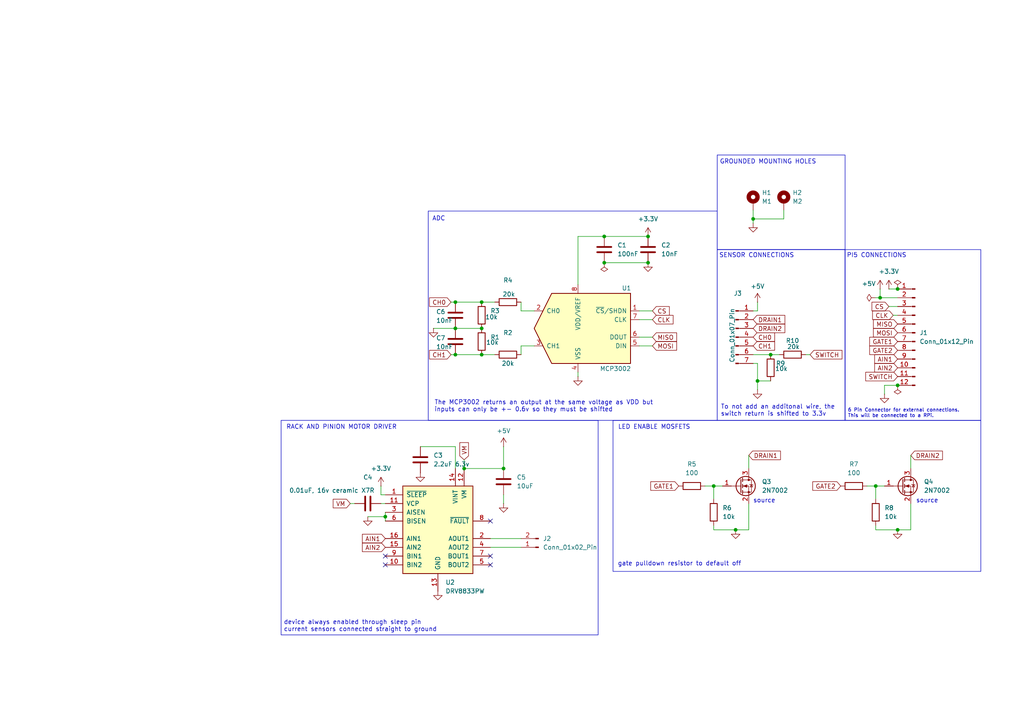
<source format=kicad_sch>
(kicad_sch
	(version 20231120)
	(generator "eeschema")
	(generator_version "8.0")
	(uuid "ee4bb141-42cd-4f29-afe2-345915c99666")
	(paper "A4")
	(lib_symbols
		(symbol "Analog_ADC:MCP3002"
			(pin_names
				(offset 1.016)
			)
			(exclude_from_sim no)
			(in_bom yes)
			(on_board yes)
			(property "Reference" "U"
				(at -6.35 11.43 0)
				(effects
					(font
						(size 1.27 1.27)
					)
				)
			)
			(property "Value" "MCP3002"
				(at 11.43 11.43 0)
				(effects
					(font
						(size 1.27 1.27)
					)
				)
			)
			(property "Footprint" ""
				(at 0 -2.54 0)
				(effects
					(font
						(size 1.27 1.27)
					)
					(hide yes)
				)
			)
			(property "Datasheet" "http://ww1.microchip.com/downloads/en/DeviceDoc/21294E.pdf"
				(at 0 5.08 0)
				(effects
					(font
						(size 1.27 1.27)
					)
					(hide yes)
				)
			)
			(property "Description" "Dual Channel 10-Bit A/D Converter with SPI Serial Interface"
				(at 0 0 0)
				(effects
					(font
						(size 1.27 1.27)
					)
					(hide yes)
				)
			)
			(property "ki_keywords" "Dual Channel 10-Bit ADC SPI 2CH"
				(at 0 0 0)
				(effects
					(font
						(size 1.27 1.27)
					)
					(hide yes)
				)
			)
			(property "ki_fp_filters" "DIP*W7.62mm** SOIC*3.9x4.9mm*P1.27mm* TSSOP*3x3mm*P0.65mm* MSOP*3x3mm*P0.65mm*"
				(at 0 0 0)
				(effects
					(font
						(size 1.27 1.27)
					)
					(hide yes)
				)
			)
			(symbol "MCP3002_0_1"
				(polyline
					(pts
						(xy 15.24 10.16) (xy -7.62 10.16) (xy -12.7 0) (xy -7.62 -10.16) (xy 15.24 -10.16) (xy 15.24 10.16)
					)
					(stroke
						(width 0.254)
						(type default)
					)
					(fill
						(type background)
					)
				)
			)
			(symbol "MCP3002_1_1"
				(pin input line
					(at 17.78 5.08 180)
					(length 2.54)
					(name "~{CS}/SHDN"
						(effects
							(font
								(size 1.27 1.27)
							)
						)
					)
					(number "1"
						(effects
							(font
								(size 1.27 1.27)
							)
						)
					)
				)
				(pin passive line
					(at -12.7 5.08 0)
					(length 2.54)
					(name "CH0"
						(effects
							(font
								(size 1.27 1.27)
							)
						)
					)
					(number "2"
						(effects
							(font
								(size 1.27 1.27)
							)
						)
					)
				)
				(pin passive line
					(at -12.7 -5.08 0)
					(length 2.54)
					(name "CH1"
						(effects
							(font
								(size 1.27 1.27)
							)
						)
					)
					(number "3"
						(effects
							(font
								(size 1.27 1.27)
							)
						)
					)
				)
				(pin power_in line
					(at 0 -12.7 90)
					(length 2.54)
					(name "VSS"
						(effects
							(font
								(size 1.27 1.27)
							)
						)
					)
					(number "4"
						(effects
							(font
								(size 1.27 1.27)
							)
						)
					)
				)
				(pin input line
					(at 17.78 -5.08 180)
					(length 2.54)
					(name "DIN"
						(effects
							(font
								(size 1.27 1.27)
							)
						)
					)
					(number "5"
						(effects
							(font
								(size 1.27 1.27)
							)
						)
					)
				)
				(pin output line
					(at 17.78 -2.54 180)
					(length 2.54)
					(name "DOUT"
						(effects
							(font
								(size 1.27 1.27)
							)
						)
					)
					(number "6"
						(effects
							(font
								(size 1.27 1.27)
							)
						)
					)
				)
				(pin input line
					(at 17.78 2.54 180)
					(length 2.54)
					(name "CLK"
						(effects
							(font
								(size 1.27 1.27)
							)
						)
					)
					(number "7"
						(effects
							(font
								(size 1.27 1.27)
							)
						)
					)
				)
				(pin power_in line
					(at 0 12.7 270)
					(length 2.54)
					(name "VDD/VREF"
						(effects
							(font
								(size 1.27 1.27)
							)
						)
					)
					(number "8"
						(effects
							(font
								(size 1.27 1.27)
							)
						)
					)
				)
			)
		)
		(symbol "Connector:Conn_01x02_Pin"
			(pin_names
				(offset 1.016) hide)
			(exclude_from_sim no)
			(in_bom yes)
			(on_board yes)
			(property "Reference" "J"
				(at 0 2.54 0)
				(effects
					(font
						(size 1.27 1.27)
					)
				)
			)
			(property "Value" "Conn_01x02_Pin"
				(at 0 -5.08 0)
				(effects
					(font
						(size 1.27 1.27)
					)
				)
			)
			(property "Footprint" ""
				(at 0 0 0)
				(effects
					(font
						(size 1.27 1.27)
					)
					(hide yes)
				)
			)
			(property "Datasheet" "~"
				(at 0 0 0)
				(effects
					(font
						(size 1.27 1.27)
					)
					(hide yes)
				)
			)
			(property "Description" "Generic connector, single row, 01x02, script generated"
				(at 0 0 0)
				(effects
					(font
						(size 1.27 1.27)
					)
					(hide yes)
				)
			)
			(property "ki_locked" ""
				(at 0 0 0)
				(effects
					(font
						(size 1.27 1.27)
					)
				)
			)
			(property "ki_keywords" "connector"
				(at 0 0 0)
				(effects
					(font
						(size 1.27 1.27)
					)
					(hide yes)
				)
			)
			(property "ki_fp_filters" "Connector*:*_1x??_*"
				(at 0 0 0)
				(effects
					(font
						(size 1.27 1.27)
					)
					(hide yes)
				)
			)
			(symbol "Conn_01x02_Pin_1_1"
				(polyline
					(pts
						(xy 1.27 -2.54) (xy 0.8636 -2.54)
					)
					(stroke
						(width 0.1524)
						(type default)
					)
					(fill
						(type none)
					)
				)
				(polyline
					(pts
						(xy 1.27 0) (xy 0.8636 0)
					)
					(stroke
						(width 0.1524)
						(type default)
					)
					(fill
						(type none)
					)
				)
				(rectangle
					(start 0.8636 -2.413)
					(end 0 -2.667)
					(stroke
						(width 0.1524)
						(type default)
					)
					(fill
						(type outline)
					)
				)
				(rectangle
					(start 0.8636 0.127)
					(end 0 -0.127)
					(stroke
						(width 0.1524)
						(type default)
					)
					(fill
						(type outline)
					)
				)
				(pin passive line
					(at 5.08 0 180)
					(length 3.81)
					(name "Pin_1"
						(effects
							(font
								(size 1.27 1.27)
							)
						)
					)
					(number "1"
						(effects
							(font
								(size 1.27 1.27)
							)
						)
					)
				)
				(pin passive line
					(at 5.08 -2.54 180)
					(length 3.81)
					(name "Pin_2"
						(effects
							(font
								(size 1.27 1.27)
							)
						)
					)
					(number "2"
						(effects
							(font
								(size 1.27 1.27)
							)
						)
					)
				)
			)
		)
		(symbol "Connector:Conn_01x07_Pin"
			(pin_names
				(offset 1.016) hide)
			(exclude_from_sim no)
			(in_bom yes)
			(on_board yes)
			(property "Reference" "J"
				(at 0 10.16 0)
				(effects
					(font
						(size 1.27 1.27)
					)
				)
			)
			(property "Value" "Conn_01x07_Pin"
				(at 0 -10.16 0)
				(effects
					(font
						(size 1.27 1.27)
					)
				)
			)
			(property "Footprint" ""
				(at 0 0 0)
				(effects
					(font
						(size 1.27 1.27)
					)
					(hide yes)
				)
			)
			(property "Datasheet" "~"
				(at 0 0 0)
				(effects
					(font
						(size 1.27 1.27)
					)
					(hide yes)
				)
			)
			(property "Description" "Generic connector, single row, 01x07, script generated"
				(at 0 0 0)
				(effects
					(font
						(size 1.27 1.27)
					)
					(hide yes)
				)
			)
			(property "ki_locked" ""
				(at 0 0 0)
				(effects
					(font
						(size 1.27 1.27)
					)
				)
			)
			(property "ki_keywords" "connector"
				(at 0 0 0)
				(effects
					(font
						(size 1.27 1.27)
					)
					(hide yes)
				)
			)
			(property "ki_fp_filters" "Connector*:*_1x??_*"
				(at 0 0 0)
				(effects
					(font
						(size 1.27 1.27)
					)
					(hide yes)
				)
			)
			(symbol "Conn_01x07_Pin_1_1"
				(polyline
					(pts
						(xy 1.27 -7.62) (xy 0.8636 -7.62)
					)
					(stroke
						(width 0.1524)
						(type default)
					)
					(fill
						(type none)
					)
				)
				(polyline
					(pts
						(xy 1.27 -5.08) (xy 0.8636 -5.08)
					)
					(stroke
						(width 0.1524)
						(type default)
					)
					(fill
						(type none)
					)
				)
				(polyline
					(pts
						(xy 1.27 -2.54) (xy 0.8636 -2.54)
					)
					(stroke
						(width 0.1524)
						(type default)
					)
					(fill
						(type none)
					)
				)
				(polyline
					(pts
						(xy 1.27 0) (xy 0.8636 0)
					)
					(stroke
						(width 0.1524)
						(type default)
					)
					(fill
						(type none)
					)
				)
				(polyline
					(pts
						(xy 1.27 2.54) (xy 0.8636 2.54)
					)
					(stroke
						(width 0.1524)
						(type default)
					)
					(fill
						(type none)
					)
				)
				(polyline
					(pts
						(xy 1.27 5.08) (xy 0.8636 5.08)
					)
					(stroke
						(width 0.1524)
						(type default)
					)
					(fill
						(type none)
					)
				)
				(polyline
					(pts
						(xy 1.27 7.62) (xy 0.8636 7.62)
					)
					(stroke
						(width 0.1524)
						(type default)
					)
					(fill
						(type none)
					)
				)
				(rectangle
					(start 0.8636 -7.493)
					(end 0 -7.747)
					(stroke
						(width 0.1524)
						(type default)
					)
					(fill
						(type outline)
					)
				)
				(rectangle
					(start 0.8636 -4.953)
					(end 0 -5.207)
					(stroke
						(width 0.1524)
						(type default)
					)
					(fill
						(type outline)
					)
				)
				(rectangle
					(start 0.8636 -2.413)
					(end 0 -2.667)
					(stroke
						(width 0.1524)
						(type default)
					)
					(fill
						(type outline)
					)
				)
				(rectangle
					(start 0.8636 0.127)
					(end 0 -0.127)
					(stroke
						(width 0.1524)
						(type default)
					)
					(fill
						(type outline)
					)
				)
				(rectangle
					(start 0.8636 2.667)
					(end 0 2.413)
					(stroke
						(width 0.1524)
						(type default)
					)
					(fill
						(type outline)
					)
				)
				(rectangle
					(start 0.8636 5.207)
					(end 0 4.953)
					(stroke
						(width 0.1524)
						(type default)
					)
					(fill
						(type outline)
					)
				)
				(rectangle
					(start 0.8636 7.747)
					(end 0 7.493)
					(stroke
						(width 0.1524)
						(type default)
					)
					(fill
						(type outline)
					)
				)
				(pin passive line
					(at 5.08 7.62 180)
					(length 3.81)
					(name "Pin_1"
						(effects
							(font
								(size 1.27 1.27)
							)
						)
					)
					(number "1"
						(effects
							(font
								(size 1.27 1.27)
							)
						)
					)
				)
				(pin passive line
					(at 5.08 5.08 180)
					(length 3.81)
					(name "Pin_2"
						(effects
							(font
								(size 1.27 1.27)
							)
						)
					)
					(number "2"
						(effects
							(font
								(size 1.27 1.27)
							)
						)
					)
				)
				(pin passive line
					(at 5.08 2.54 180)
					(length 3.81)
					(name "Pin_3"
						(effects
							(font
								(size 1.27 1.27)
							)
						)
					)
					(number "3"
						(effects
							(font
								(size 1.27 1.27)
							)
						)
					)
				)
				(pin passive line
					(at 5.08 0 180)
					(length 3.81)
					(name "Pin_4"
						(effects
							(font
								(size 1.27 1.27)
							)
						)
					)
					(number "4"
						(effects
							(font
								(size 1.27 1.27)
							)
						)
					)
				)
				(pin passive line
					(at 5.08 -2.54 180)
					(length 3.81)
					(name "Pin_5"
						(effects
							(font
								(size 1.27 1.27)
							)
						)
					)
					(number "5"
						(effects
							(font
								(size 1.27 1.27)
							)
						)
					)
				)
				(pin passive line
					(at 5.08 -5.08 180)
					(length 3.81)
					(name "Pin_6"
						(effects
							(font
								(size 1.27 1.27)
							)
						)
					)
					(number "6"
						(effects
							(font
								(size 1.27 1.27)
							)
						)
					)
				)
				(pin passive line
					(at 5.08 -7.62 180)
					(length 3.81)
					(name "Pin_7"
						(effects
							(font
								(size 1.27 1.27)
							)
						)
					)
					(number "7"
						(effects
							(font
								(size 1.27 1.27)
							)
						)
					)
				)
			)
		)
		(symbol "Connector:Conn_01x12_Pin"
			(pin_names
				(offset 1.016) hide)
			(exclude_from_sim no)
			(in_bom yes)
			(on_board yes)
			(property "Reference" "J"
				(at 0 15.24 0)
				(effects
					(font
						(size 1.27 1.27)
					)
				)
			)
			(property "Value" "Conn_01x12_Pin"
				(at 0 -17.78 0)
				(effects
					(font
						(size 1.27 1.27)
					)
				)
			)
			(property "Footprint" ""
				(at 0 0 0)
				(effects
					(font
						(size 1.27 1.27)
					)
					(hide yes)
				)
			)
			(property "Datasheet" "~"
				(at 0 0 0)
				(effects
					(font
						(size 1.27 1.27)
					)
					(hide yes)
				)
			)
			(property "Description" "Generic connector, single row, 01x12, script generated"
				(at 0 0 0)
				(effects
					(font
						(size 1.27 1.27)
					)
					(hide yes)
				)
			)
			(property "ki_locked" ""
				(at 0 0 0)
				(effects
					(font
						(size 1.27 1.27)
					)
				)
			)
			(property "ki_keywords" "connector"
				(at 0 0 0)
				(effects
					(font
						(size 1.27 1.27)
					)
					(hide yes)
				)
			)
			(property "ki_fp_filters" "Connector*:*_1x??_*"
				(at 0 0 0)
				(effects
					(font
						(size 1.27 1.27)
					)
					(hide yes)
				)
			)
			(symbol "Conn_01x12_Pin_1_1"
				(polyline
					(pts
						(xy 1.27 -15.24) (xy 0.8636 -15.24)
					)
					(stroke
						(width 0.1524)
						(type default)
					)
					(fill
						(type none)
					)
				)
				(polyline
					(pts
						(xy 1.27 -12.7) (xy 0.8636 -12.7)
					)
					(stroke
						(width 0.1524)
						(type default)
					)
					(fill
						(type none)
					)
				)
				(polyline
					(pts
						(xy 1.27 -10.16) (xy 0.8636 -10.16)
					)
					(stroke
						(width 0.1524)
						(type default)
					)
					(fill
						(type none)
					)
				)
				(polyline
					(pts
						(xy 1.27 -7.62) (xy 0.8636 -7.62)
					)
					(stroke
						(width 0.1524)
						(type default)
					)
					(fill
						(type none)
					)
				)
				(polyline
					(pts
						(xy 1.27 -5.08) (xy 0.8636 -5.08)
					)
					(stroke
						(width 0.1524)
						(type default)
					)
					(fill
						(type none)
					)
				)
				(polyline
					(pts
						(xy 1.27 -2.54) (xy 0.8636 -2.54)
					)
					(stroke
						(width 0.1524)
						(type default)
					)
					(fill
						(type none)
					)
				)
				(polyline
					(pts
						(xy 1.27 0) (xy 0.8636 0)
					)
					(stroke
						(width 0.1524)
						(type default)
					)
					(fill
						(type none)
					)
				)
				(polyline
					(pts
						(xy 1.27 2.54) (xy 0.8636 2.54)
					)
					(stroke
						(width 0.1524)
						(type default)
					)
					(fill
						(type none)
					)
				)
				(polyline
					(pts
						(xy 1.27 5.08) (xy 0.8636 5.08)
					)
					(stroke
						(width 0.1524)
						(type default)
					)
					(fill
						(type none)
					)
				)
				(polyline
					(pts
						(xy 1.27 7.62) (xy 0.8636 7.62)
					)
					(stroke
						(width 0.1524)
						(type default)
					)
					(fill
						(type none)
					)
				)
				(polyline
					(pts
						(xy 1.27 10.16) (xy 0.8636 10.16)
					)
					(stroke
						(width 0.1524)
						(type default)
					)
					(fill
						(type none)
					)
				)
				(polyline
					(pts
						(xy 1.27 12.7) (xy 0.8636 12.7)
					)
					(stroke
						(width 0.1524)
						(type default)
					)
					(fill
						(type none)
					)
				)
				(rectangle
					(start 0.8636 -15.113)
					(end 0 -15.367)
					(stroke
						(width 0.1524)
						(type default)
					)
					(fill
						(type outline)
					)
				)
				(rectangle
					(start 0.8636 -12.573)
					(end 0 -12.827)
					(stroke
						(width 0.1524)
						(type default)
					)
					(fill
						(type outline)
					)
				)
				(rectangle
					(start 0.8636 -10.033)
					(end 0 -10.287)
					(stroke
						(width 0.1524)
						(type default)
					)
					(fill
						(type outline)
					)
				)
				(rectangle
					(start 0.8636 -7.493)
					(end 0 -7.747)
					(stroke
						(width 0.1524)
						(type default)
					)
					(fill
						(type outline)
					)
				)
				(rectangle
					(start 0.8636 -4.953)
					(end 0 -5.207)
					(stroke
						(width 0.1524)
						(type default)
					)
					(fill
						(type outline)
					)
				)
				(rectangle
					(start 0.8636 -2.413)
					(end 0 -2.667)
					(stroke
						(width 0.1524)
						(type default)
					)
					(fill
						(type outline)
					)
				)
				(rectangle
					(start 0.8636 0.127)
					(end 0 -0.127)
					(stroke
						(width 0.1524)
						(type default)
					)
					(fill
						(type outline)
					)
				)
				(rectangle
					(start 0.8636 2.667)
					(end 0 2.413)
					(stroke
						(width 0.1524)
						(type default)
					)
					(fill
						(type outline)
					)
				)
				(rectangle
					(start 0.8636 5.207)
					(end 0 4.953)
					(stroke
						(width 0.1524)
						(type default)
					)
					(fill
						(type outline)
					)
				)
				(rectangle
					(start 0.8636 7.747)
					(end 0 7.493)
					(stroke
						(width 0.1524)
						(type default)
					)
					(fill
						(type outline)
					)
				)
				(rectangle
					(start 0.8636 10.287)
					(end 0 10.033)
					(stroke
						(width 0.1524)
						(type default)
					)
					(fill
						(type outline)
					)
				)
				(rectangle
					(start 0.8636 12.827)
					(end 0 12.573)
					(stroke
						(width 0.1524)
						(type default)
					)
					(fill
						(type outline)
					)
				)
				(pin passive line
					(at 5.08 12.7 180)
					(length 3.81)
					(name "Pin_1"
						(effects
							(font
								(size 1.27 1.27)
							)
						)
					)
					(number "1"
						(effects
							(font
								(size 1.27 1.27)
							)
						)
					)
				)
				(pin passive line
					(at 5.08 -10.16 180)
					(length 3.81)
					(name "Pin_10"
						(effects
							(font
								(size 1.27 1.27)
							)
						)
					)
					(number "10"
						(effects
							(font
								(size 1.27 1.27)
							)
						)
					)
				)
				(pin passive line
					(at 5.08 -12.7 180)
					(length 3.81)
					(name "Pin_11"
						(effects
							(font
								(size 1.27 1.27)
							)
						)
					)
					(number "11"
						(effects
							(font
								(size 1.27 1.27)
							)
						)
					)
				)
				(pin passive line
					(at 5.08 -15.24 180)
					(length 3.81)
					(name "Pin_12"
						(effects
							(font
								(size 1.27 1.27)
							)
						)
					)
					(number "12"
						(effects
							(font
								(size 1.27 1.27)
							)
						)
					)
				)
				(pin passive line
					(at 5.08 10.16 180)
					(length 3.81)
					(name "Pin_2"
						(effects
							(font
								(size 1.27 1.27)
							)
						)
					)
					(number "2"
						(effects
							(font
								(size 1.27 1.27)
							)
						)
					)
				)
				(pin passive line
					(at 5.08 7.62 180)
					(length 3.81)
					(name "Pin_3"
						(effects
							(font
								(size 1.27 1.27)
							)
						)
					)
					(number "3"
						(effects
							(font
								(size 1.27 1.27)
							)
						)
					)
				)
				(pin passive line
					(at 5.08 5.08 180)
					(length 3.81)
					(name "Pin_4"
						(effects
							(font
								(size 1.27 1.27)
							)
						)
					)
					(number "4"
						(effects
							(font
								(size 1.27 1.27)
							)
						)
					)
				)
				(pin passive line
					(at 5.08 2.54 180)
					(length 3.81)
					(name "Pin_5"
						(effects
							(font
								(size 1.27 1.27)
							)
						)
					)
					(number "5"
						(effects
							(font
								(size 1.27 1.27)
							)
						)
					)
				)
				(pin passive line
					(at 5.08 0 180)
					(length 3.81)
					(name "Pin_6"
						(effects
							(font
								(size 1.27 1.27)
							)
						)
					)
					(number "6"
						(effects
							(font
								(size 1.27 1.27)
							)
						)
					)
				)
				(pin passive line
					(at 5.08 -2.54 180)
					(length 3.81)
					(name "Pin_7"
						(effects
							(font
								(size 1.27 1.27)
							)
						)
					)
					(number "7"
						(effects
							(font
								(size 1.27 1.27)
							)
						)
					)
				)
				(pin passive line
					(at 5.08 -5.08 180)
					(length 3.81)
					(name "Pin_8"
						(effects
							(font
								(size 1.27 1.27)
							)
						)
					)
					(number "8"
						(effects
							(font
								(size 1.27 1.27)
							)
						)
					)
				)
				(pin passive line
					(at 5.08 -7.62 180)
					(length 3.81)
					(name "Pin_9"
						(effects
							(font
								(size 1.27 1.27)
							)
						)
					)
					(number "9"
						(effects
							(font
								(size 1.27 1.27)
							)
						)
					)
				)
			)
		)
		(symbol "Device:C"
			(pin_numbers hide)
			(pin_names
				(offset 0.254)
			)
			(exclude_from_sim no)
			(in_bom yes)
			(on_board yes)
			(property "Reference" "C"
				(at 0.635 2.54 0)
				(effects
					(font
						(size 1.27 1.27)
					)
					(justify left)
				)
			)
			(property "Value" "C"
				(at 0.635 -2.54 0)
				(effects
					(font
						(size 1.27 1.27)
					)
					(justify left)
				)
			)
			(property "Footprint" ""
				(at 0.9652 -3.81 0)
				(effects
					(font
						(size 1.27 1.27)
					)
					(hide yes)
				)
			)
			(property "Datasheet" "~"
				(at 0 0 0)
				(effects
					(font
						(size 1.27 1.27)
					)
					(hide yes)
				)
			)
			(property "Description" "Unpolarized capacitor"
				(at 0 0 0)
				(effects
					(font
						(size 1.27 1.27)
					)
					(hide yes)
				)
			)
			(property "ki_keywords" "cap capacitor"
				(at 0 0 0)
				(effects
					(font
						(size 1.27 1.27)
					)
					(hide yes)
				)
			)
			(property "ki_fp_filters" "C_*"
				(at 0 0 0)
				(effects
					(font
						(size 1.27 1.27)
					)
					(hide yes)
				)
			)
			(symbol "C_0_1"
				(polyline
					(pts
						(xy -2.032 -0.762) (xy 2.032 -0.762)
					)
					(stroke
						(width 0.508)
						(type default)
					)
					(fill
						(type none)
					)
				)
				(polyline
					(pts
						(xy -2.032 0.762) (xy 2.032 0.762)
					)
					(stroke
						(width 0.508)
						(type default)
					)
					(fill
						(type none)
					)
				)
			)
			(symbol "C_1_1"
				(pin passive line
					(at 0 3.81 270)
					(length 2.794)
					(name "~"
						(effects
							(font
								(size 1.27 1.27)
							)
						)
					)
					(number "1"
						(effects
							(font
								(size 1.27 1.27)
							)
						)
					)
				)
				(pin passive line
					(at 0 -3.81 90)
					(length 2.794)
					(name "~"
						(effects
							(font
								(size 1.27 1.27)
							)
						)
					)
					(number "2"
						(effects
							(font
								(size 1.27 1.27)
							)
						)
					)
				)
			)
		)
		(symbol "Device:R"
			(pin_numbers hide)
			(pin_names
				(offset 0)
			)
			(exclude_from_sim no)
			(in_bom yes)
			(on_board yes)
			(property "Reference" "R"
				(at 2.032 0 90)
				(effects
					(font
						(size 1.27 1.27)
					)
				)
			)
			(property "Value" "R"
				(at 0 0 90)
				(effects
					(font
						(size 1.27 1.27)
					)
				)
			)
			(property "Footprint" ""
				(at -1.778 0 90)
				(effects
					(font
						(size 1.27 1.27)
					)
					(hide yes)
				)
			)
			(property "Datasheet" "~"
				(at 0 0 0)
				(effects
					(font
						(size 1.27 1.27)
					)
					(hide yes)
				)
			)
			(property "Description" "Resistor"
				(at 0 0 0)
				(effects
					(font
						(size 1.27 1.27)
					)
					(hide yes)
				)
			)
			(property "ki_keywords" "R res resistor"
				(at 0 0 0)
				(effects
					(font
						(size 1.27 1.27)
					)
					(hide yes)
				)
			)
			(property "ki_fp_filters" "R_*"
				(at 0 0 0)
				(effects
					(font
						(size 1.27 1.27)
					)
					(hide yes)
				)
			)
			(symbol "R_0_1"
				(rectangle
					(start -1.016 -2.54)
					(end 1.016 2.54)
					(stroke
						(width 0.254)
						(type default)
					)
					(fill
						(type none)
					)
				)
			)
			(symbol "R_1_1"
				(pin passive line
					(at 0 3.81 270)
					(length 1.27)
					(name "~"
						(effects
							(font
								(size 1.27 1.27)
							)
						)
					)
					(number "1"
						(effects
							(font
								(size 1.27 1.27)
							)
						)
					)
				)
				(pin passive line
					(at 0 -3.81 90)
					(length 1.27)
					(name "~"
						(effects
							(font
								(size 1.27 1.27)
							)
						)
					)
					(number "2"
						(effects
							(font
								(size 1.27 1.27)
							)
						)
					)
				)
			)
		)
		(symbol "Driver_Motor:DRV8833PW"
			(pin_names
				(offset 1.016)
			)
			(exclude_from_sim no)
			(in_bom yes)
			(on_board yes)
			(property "Reference" "U"
				(at -3.81 16.51 0)
				(effects
					(font
						(size 1.27 1.27)
					)
				)
			)
			(property "Value" "DRV8833PW"
				(at -3.81 13.97 0)
				(effects
					(font
						(size 1.27 1.27)
					)
				)
			)
			(property "Footprint" "Package_SO:TSSOP-16_4.4x5mm_P0.65mm"
				(at 5.08 -17.78 0)
				(effects
					(font
						(size 1.27 1.27)
					)
					(justify left)
					(hide yes)
				)
			)
			(property "Datasheet" "http://www.ti.com/lit/ds/symlink/drv8833.pdf"
				(at 5.08 -20.32 0)
				(effects
					(font
						(size 1.27 1.27)
					)
					(justify left)
					(hide yes)
				)
			)
			(property "Description" "Dual H-Bridge Motor Driver, TSSOP-16"
				(at 0 0 0)
				(effects
					(font
						(size 1.27 1.27)
					)
					(hide yes)
				)
			)
			(property "ki_keywords" "H-bridge motor driver"
				(at 0 0 0)
				(effects
					(font
						(size 1.27 1.27)
					)
					(hide yes)
				)
			)
			(property "ki_fp_filters" "TSSOP-16*4.4x5mm*P0.65mm*"
				(at 0 0 0)
				(effects
					(font
						(size 1.27 1.27)
					)
					(hide yes)
				)
			)
			(symbol "DRV8833PW_0_1"
				(rectangle
					(start -10.16 12.7)
					(end 10.16 -12.7)
					(stroke
						(width 0.254)
						(type default)
					)
					(fill
						(type background)
					)
				)
			)
			(symbol "DRV8833PW_1_1"
				(pin input line
					(at -15.24 10.16 0)
					(length 5.08)
					(name "~{SLEEP}"
						(effects
							(font
								(size 1.27 1.27)
							)
						)
					)
					(number "1"
						(effects
							(font
								(size 1.27 1.27)
							)
						)
					)
				)
				(pin input line
					(at -15.24 -10.16 0)
					(length 5.08)
					(name "BIN2"
						(effects
							(font
								(size 1.27 1.27)
							)
						)
					)
					(number "10"
						(effects
							(font
								(size 1.27 1.27)
							)
						)
					)
				)
				(pin bidirectional line
					(at -15.24 7.62 0)
					(length 5.08)
					(name "VCP"
						(effects
							(font
								(size 1.27 1.27)
							)
						)
					)
					(number "11"
						(effects
							(font
								(size 1.27 1.27)
							)
						)
					)
				)
				(pin power_in line
					(at 7.62 17.78 270)
					(length 5.08)
					(name "VM"
						(effects
							(font
								(size 1.27 1.27)
							)
						)
					)
					(number "12"
						(effects
							(font
								(size 1.27 1.27)
							)
						)
					)
				)
				(pin power_in line
					(at 0 -17.78 90)
					(length 5.08)
					(name "GND"
						(effects
							(font
								(size 1.27 1.27)
							)
						)
					)
					(number "13"
						(effects
							(font
								(size 1.27 1.27)
							)
						)
					)
				)
				(pin power_in line
					(at 5.08 17.78 270)
					(length 5.08)
					(name "VINT"
						(effects
							(font
								(size 1.27 1.27)
							)
						)
					)
					(number "14"
						(effects
							(font
								(size 1.27 1.27)
							)
						)
					)
				)
				(pin input line
					(at -15.24 -5.08 0)
					(length 5.08)
					(name "AIN2"
						(effects
							(font
								(size 1.27 1.27)
							)
						)
					)
					(number "15"
						(effects
							(font
								(size 1.27 1.27)
							)
						)
					)
				)
				(pin input line
					(at -15.24 -2.54 0)
					(length 5.08)
					(name "AIN1"
						(effects
							(font
								(size 1.27 1.27)
							)
						)
					)
					(number "16"
						(effects
							(font
								(size 1.27 1.27)
							)
						)
					)
				)
				(pin power_out line
					(at 15.24 -2.54 180)
					(length 5.08)
					(name "AOUT1"
						(effects
							(font
								(size 1.27 1.27)
							)
						)
					)
					(number "2"
						(effects
							(font
								(size 1.27 1.27)
							)
						)
					)
				)
				(pin bidirectional line
					(at -15.24 5.08 0)
					(length 5.08)
					(name "AISEN"
						(effects
							(font
								(size 1.27 1.27)
							)
						)
					)
					(number "3"
						(effects
							(font
								(size 1.27 1.27)
							)
						)
					)
				)
				(pin power_out line
					(at 15.24 -5.08 180)
					(length 5.08)
					(name "AOUT2"
						(effects
							(font
								(size 1.27 1.27)
							)
						)
					)
					(number "4"
						(effects
							(font
								(size 1.27 1.27)
							)
						)
					)
				)
				(pin power_out line
					(at 15.24 -10.16 180)
					(length 5.08)
					(name "BOUT2"
						(effects
							(font
								(size 1.27 1.27)
							)
						)
					)
					(number "5"
						(effects
							(font
								(size 1.27 1.27)
							)
						)
					)
				)
				(pin bidirectional line
					(at -15.24 2.54 0)
					(length 5.08)
					(name "BISEN"
						(effects
							(font
								(size 1.27 1.27)
							)
						)
					)
					(number "6"
						(effects
							(font
								(size 1.27 1.27)
							)
						)
					)
				)
				(pin power_out line
					(at 15.24 -7.62 180)
					(length 5.08)
					(name "BOUT1"
						(effects
							(font
								(size 1.27 1.27)
							)
						)
					)
					(number "7"
						(effects
							(font
								(size 1.27 1.27)
							)
						)
					)
				)
				(pin open_collector line
					(at 15.24 2.54 180)
					(length 5.08)
					(name "~{FAULT}"
						(effects
							(font
								(size 1.27 1.27)
							)
						)
					)
					(number "8"
						(effects
							(font
								(size 1.27 1.27)
							)
						)
					)
				)
				(pin input line
					(at -15.24 -7.62 0)
					(length 5.08)
					(name "BIN1"
						(effects
							(font
								(size 1.27 1.27)
							)
						)
					)
					(number "9"
						(effects
							(font
								(size 1.27 1.27)
							)
						)
					)
				)
			)
		)
		(symbol "Mechanical:MountingHole_Pad"
			(pin_numbers hide)
			(pin_names
				(offset 1.016) hide)
			(exclude_from_sim yes)
			(in_bom no)
			(on_board yes)
			(property "Reference" "H"
				(at 0 6.35 0)
				(effects
					(font
						(size 1.27 1.27)
					)
				)
			)
			(property "Value" "MountingHole_Pad"
				(at 0 4.445 0)
				(effects
					(font
						(size 1.27 1.27)
					)
				)
			)
			(property "Footprint" ""
				(at 0 0 0)
				(effects
					(font
						(size 1.27 1.27)
					)
					(hide yes)
				)
			)
			(property "Datasheet" "~"
				(at 0 0 0)
				(effects
					(font
						(size 1.27 1.27)
					)
					(hide yes)
				)
			)
			(property "Description" "Mounting Hole with connection"
				(at 0 0 0)
				(effects
					(font
						(size 1.27 1.27)
					)
					(hide yes)
				)
			)
			(property "ki_keywords" "mounting hole"
				(at 0 0 0)
				(effects
					(font
						(size 1.27 1.27)
					)
					(hide yes)
				)
			)
			(property "ki_fp_filters" "MountingHole*Pad*"
				(at 0 0 0)
				(effects
					(font
						(size 1.27 1.27)
					)
					(hide yes)
				)
			)
			(symbol "MountingHole_Pad_0_1"
				(circle
					(center 0 1.27)
					(radius 1.27)
					(stroke
						(width 1.27)
						(type default)
					)
					(fill
						(type none)
					)
				)
			)
			(symbol "MountingHole_Pad_1_1"
				(pin input line
					(at 0 -2.54 90)
					(length 2.54)
					(name "1"
						(effects
							(font
								(size 1.27 1.27)
							)
						)
					)
					(number "1"
						(effects
							(font
								(size 1.27 1.27)
							)
						)
					)
				)
			)
		)
		(symbol "Transistor_FET:2N7002"
			(pin_names hide)
			(exclude_from_sim no)
			(in_bom yes)
			(on_board yes)
			(property "Reference" "Q"
				(at 5.08 1.905 0)
				(effects
					(font
						(size 1.27 1.27)
					)
					(justify left)
				)
			)
			(property "Value" "2N7002"
				(at 5.08 0 0)
				(effects
					(font
						(size 1.27 1.27)
					)
					(justify left)
				)
			)
			(property "Footprint" "Package_TO_SOT_SMD:SOT-23"
				(at 5.08 -1.905 0)
				(effects
					(font
						(size 1.27 1.27)
						(italic yes)
					)
					(justify left)
					(hide yes)
				)
			)
			(property "Datasheet" "https://www.onsemi.com/pub/Collateral/NDS7002A-D.PDF"
				(at 5.08 -3.81 0)
				(effects
					(font
						(size 1.27 1.27)
					)
					(justify left)
					(hide yes)
				)
			)
			(property "Description" "0.115A Id, 60V Vds, N-Channel MOSFET, SOT-23"
				(at 0 0 0)
				(effects
					(font
						(size 1.27 1.27)
					)
					(hide yes)
				)
			)
			(property "ki_keywords" "N-Channel Switching MOSFET"
				(at 0 0 0)
				(effects
					(font
						(size 1.27 1.27)
					)
					(hide yes)
				)
			)
			(property "ki_fp_filters" "SOT?23*"
				(at 0 0 0)
				(effects
					(font
						(size 1.27 1.27)
					)
					(hide yes)
				)
			)
			(symbol "2N7002_0_1"
				(polyline
					(pts
						(xy 0.254 0) (xy -2.54 0)
					)
					(stroke
						(width 0)
						(type default)
					)
					(fill
						(type none)
					)
				)
				(polyline
					(pts
						(xy 0.254 1.905) (xy 0.254 -1.905)
					)
					(stroke
						(width 0.254)
						(type default)
					)
					(fill
						(type none)
					)
				)
				(polyline
					(pts
						(xy 0.762 -1.27) (xy 0.762 -2.286)
					)
					(stroke
						(width 0.254)
						(type default)
					)
					(fill
						(type none)
					)
				)
				(polyline
					(pts
						(xy 0.762 0.508) (xy 0.762 -0.508)
					)
					(stroke
						(width 0.254)
						(type default)
					)
					(fill
						(type none)
					)
				)
				(polyline
					(pts
						(xy 0.762 2.286) (xy 0.762 1.27)
					)
					(stroke
						(width 0.254)
						(type default)
					)
					(fill
						(type none)
					)
				)
				(polyline
					(pts
						(xy 2.54 2.54) (xy 2.54 1.778)
					)
					(stroke
						(width 0)
						(type default)
					)
					(fill
						(type none)
					)
				)
				(polyline
					(pts
						(xy 2.54 -2.54) (xy 2.54 0) (xy 0.762 0)
					)
					(stroke
						(width 0)
						(type default)
					)
					(fill
						(type none)
					)
				)
				(polyline
					(pts
						(xy 0.762 -1.778) (xy 3.302 -1.778) (xy 3.302 1.778) (xy 0.762 1.778)
					)
					(stroke
						(width 0)
						(type default)
					)
					(fill
						(type none)
					)
				)
				(polyline
					(pts
						(xy 1.016 0) (xy 2.032 0.381) (xy 2.032 -0.381) (xy 1.016 0)
					)
					(stroke
						(width 0)
						(type default)
					)
					(fill
						(type outline)
					)
				)
				(polyline
					(pts
						(xy 2.794 0.508) (xy 2.921 0.381) (xy 3.683 0.381) (xy 3.81 0.254)
					)
					(stroke
						(width 0)
						(type default)
					)
					(fill
						(type none)
					)
				)
				(polyline
					(pts
						(xy 3.302 0.381) (xy 2.921 -0.254) (xy 3.683 -0.254) (xy 3.302 0.381)
					)
					(stroke
						(width 0)
						(type default)
					)
					(fill
						(type none)
					)
				)
				(circle
					(center 1.651 0)
					(radius 2.794)
					(stroke
						(width 0.254)
						(type default)
					)
					(fill
						(type none)
					)
				)
				(circle
					(center 2.54 -1.778)
					(radius 0.254)
					(stroke
						(width 0)
						(type default)
					)
					(fill
						(type outline)
					)
				)
				(circle
					(center 2.54 1.778)
					(radius 0.254)
					(stroke
						(width 0)
						(type default)
					)
					(fill
						(type outline)
					)
				)
			)
			(symbol "2N7002_1_1"
				(pin input line
					(at -5.08 0 0)
					(length 2.54)
					(name "G"
						(effects
							(font
								(size 1.27 1.27)
							)
						)
					)
					(number "1"
						(effects
							(font
								(size 1.27 1.27)
							)
						)
					)
				)
				(pin passive line
					(at 2.54 -5.08 90)
					(length 2.54)
					(name "S"
						(effects
							(font
								(size 1.27 1.27)
							)
						)
					)
					(number "2"
						(effects
							(font
								(size 1.27 1.27)
							)
						)
					)
				)
				(pin passive line
					(at 2.54 5.08 270)
					(length 2.54)
					(name "D"
						(effects
							(font
								(size 1.27 1.27)
							)
						)
					)
					(number "3"
						(effects
							(font
								(size 1.27 1.27)
							)
						)
					)
				)
			)
		)
		(symbol "power:+3.3V"
			(power)
			(pin_numbers hide)
			(pin_names
				(offset 0) hide)
			(exclude_from_sim no)
			(in_bom yes)
			(on_board yes)
			(property "Reference" "#PWR"
				(at 0 -3.81 0)
				(effects
					(font
						(size 1.27 1.27)
					)
					(hide yes)
				)
			)
			(property "Value" "+3.3V"
				(at 0 3.556 0)
				(effects
					(font
						(size 1.27 1.27)
					)
				)
			)
			(property "Footprint" ""
				(at 0 0 0)
				(effects
					(font
						(size 1.27 1.27)
					)
					(hide yes)
				)
			)
			(property "Datasheet" ""
				(at 0 0 0)
				(effects
					(font
						(size 1.27 1.27)
					)
					(hide yes)
				)
			)
			(property "Description" "Power symbol creates a global label with name \"+3.3V\""
				(at 0 0 0)
				(effects
					(font
						(size 1.27 1.27)
					)
					(hide yes)
				)
			)
			(property "ki_keywords" "global power"
				(at 0 0 0)
				(effects
					(font
						(size 1.27 1.27)
					)
					(hide yes)
				)
			)
			(symbol "+3.3V_0_1"
				(polyline
					(pts
						(xy -0.762 1.27) (xy 0 2.54)
					)
					(stroke
						(width 0)
						(type default)
					)
					(fill
						(type none)
					)
				)
				(polyline
					(pts
						(xy 0 0) (xy 0 2.54)
					)
					(stroke
						(width 0)
						(type default)
					)
					(fill
						(type none)
					)
				)
				(polyline
					(pts
						(xy 0 2.54) (xy 0.762 1.27)
					)
					(stroke
						(width 0)
						(type default)
					)
					(fill
						(type none)
					)
				)
			)
			(symbol "+3.3V_1_1"
				(pin power_in line
					(at 0 0 90)
					(length 0)
					(name "~"
						(effects
							(font
								(size 1.27 1.27)
							)
						)
					)
					(number "1"
						(effects
							(font
								(size 1.27 1.27)
							)
						)
					)
				)
			)
		)
		(symbol "power:GND"
			(power)
			(pin_numbers hide)
			(pin_names
				(offset 0) hide)
			(exclude_from_sim no)
			(in_bom yes)
			(on_board yes)
			(property "Reference" "#PWR"
				(at 0 -6.35 0)
				(effects
					(font
						(size 1.27 1.27)
					)
					(hide yes)
				)
			)
			(property "Value" "GND"
				(at 0 -3.81 0)
				(effects
					(font
						(size 1.27 1.27)
					)
				)
			)
			(property "Footprint" ""
				(at 0 0 0)
				(effects
					(font
						(size 1.27 1.27)
					)
					(hide yes)
				)
			)
			(property "Datasheet" ""
				(at 0 0 0)
				(effects
					(font
						(size 1.27 1.27)
					)
					(hide yes)
				)
			)
			(property "Description" "Power symbol creates a global label with name \"GND\" , ground"
				(at 0 0 0)
				(effects
					(font
						(size 1.27 1.27)
					)
					(hide yes)
				)
			)
			(property "ki_keywords" "global power"
				(at 0 0 0)
				(effects
					(font
						(size 1.27 1.27)
					)
					(hide yes)
				)
			)
			(symbol "GND_0_1"
				(polyline
					(pts
						(xy 0 0) (xy 0 -1.27) (xy 1.27 -1.27) (xy 0 -2.54) (xy -1.27 -1.27) (xy 0 -1.27)
					)
					(stroke
						(width 0)
						(type default)
					)
					(fill
						(type none)
					)
				)
			)
			(symbol "GND_1_1"
				(pin power_in line
					(at 0 0 270)
					(length 0)
					(name "~"
						(effects
							(font
								(size 1.27 1.27)
							)
						)
					)
					(number "1"
						(effects
							(font
								(size 1.27 1.27)
							)
						)
					)
				)
			)
		)
		(symbol "power:PWR_FLAG"
			(power)
			(pin_numbers hide)
			(pin_names
				(offset 0) hide)
			(exclude_from_sim no)
			(in_bom yes)
			(on_board yes)
			(property "Reference" "#FLG"
				(at 0 1.905 0)
				(effects
					(font
						(size 1.27 1.27)
					)
					(hide yes)
				)
			)
			(property "Value" "PWR_FLAG"
				(at 0 3.81 0)
				(effects
					(font
						(size 1.27 1.27)
					)
				)
			)
			(property "Footprint" ""
				(at 0 0 0)
				(effects
					(font
						(size 1.27 1.27)
					)
					(hide yes)
				)
			)
			(property "Datasheet" "~"
				(at 0 0 0)
				(effects
					(font
						(size 1.27 1.27)
					)
					(hide yes)
				)
			)
			(property "Description" "Special symbol for telling ERC where power comes from"
				(at 0 0 0)
				(effects
					(font
						(size 1.27 1.27)
					)
					(hide yes)
				)
			)
			(property "ki_keywords" "flag power"
				(at 0 0 0)
				(effects
					(font
						(size 1.27 1.27)
					)
					(hide yes)
				)
			)
			(symbol "PWR_FLAG_0_0"
				(pin power_out line
					(at 0 0 90)
					(length 0)
					(name "~"
						(effects
							(font
								(size 1.27 1.27)
							)
						)
					)
					(number "1"
						(effects
							(font
								(size 1.27 1.27)
							)
						)
					)
				)
			)
			(symbol "PWR_FLAG_0_1"
				(polyline
					(pts
						(xy 0 0) (xy 0 1.27) (xy -1.016 1.905) (xy 0 2.54) (xy 1.016 1.905) (xy 0 1.27)
					)
					(stroke
						(width 0)
						(type default)
					)
					(fill
						(type none)
					)
				)
			)
		)
	)
	(junction
		(at 255.27 86.36)
		(diameter 0)
		(color 0 0 0 0)
		(uuid "044e2936-b5b9-4f19-9dcc-b4a962b434d8")
	)
	(junction
		(at 132.08 95.25)
		(diameter 0)
		(color 0 0 0 0)
		(uuid "06006b90-c2f8-4ca1-9d1b-39502dcc0478")
	)
	(junction
		(at 218.44 63.5)
		(diameter 0)
		(color 0 0 0 0)
		(uuid "2b4295f2-f9cf-40c7-ba61-eeb1c98937d8")
	)
	(junction
		(at 175.26 68.58)
		(diameter 0)
		(color 0 0 0 0)
		(uuid "2ea18925-6a16-42df-b13a-a53ffaf54b73")
	)
	(junction
		(at 260.35 153.67)
		(diameter 0)
		(color 0 0 0 0)
		(uuid "2f23eb2c-d3ad-4a8f-a6aa-f7a7948de499")
	)
	(junction
		(at 111.76 149.86)
		(diameter 0)
		(color 0 0 0 0)
		(uuid "5c2f0cae-8636-40cc-a0a8-0dce7c3cd7f0")
	)
	(junction
		(at 207.01 140.97)
		(diameter 0)
		(color 0 0 0 0)
		(uuid "636ea2c3-e76f-44b0-af64-51915b844c23")
	)
	(junction
		(at 132.08 87.63)
		(diameter 0)
		(color 0 0 0 0)
		(uuid "87bbd138-c554-42dd-af33-d8781881df5b")
	)
	(junction
		(at 260.35 111.76)
		(diameter 0)
		(color 0 0 0 0)
		(uuid "8da6a35d-6629-413b-b3f7-b375103a9117")
	)
	(junction
		(at 187.96 68.58)
		(diameter 0)
		(color 0 0 0 0)
		(uuid "99ca867b-3e17-4c45-aeb4-7800f7b1be4b")
	)
	(junction
		(at 260.35 83.82)
		(diameter 0)
		(color 0 0 0 0)
		(uuid "9b7a1ac2-448d-476b-8d34-096ab981ab7e")
	)
	(junction
		(at 219.71 110.49)
		(diameter 0)
		(color 0 0 0 0)
		(uuid "9d235294-3518-492d-bd0b-774acbc4bc8a")
	)
	(junction
		(at 223.52 102.87)
		(diameter 0)
		(color 0 0 0 0)
		(uuid "9d93fb81-64c2-41ab-9c13-20e3de910ab4")
	)
	(junction
		(at 132.08 102.87)
		(diameter 0)
		(color 0 0 0 0)
		(uuid "a2e7d632-4b90-4006-8566-44a7cda45960")
	)
	(junction
		(at 139.7 102.87)
		(diameter 0)
		(color 0 0 0 0)
		(uuid "ab993ecc-da49-4bc9-9c70-ba6b4676fc05")
	)
	(junction
		(at 139.7 95.25)
		(diameter 0)
		(color 0 0 0 0)
		(uuid "bf9333e2-e6c8-41bd-9152-6c9cccff4ae8")
	)
	(junction
		(at 139.7 87.63)
		(diameter 0)
		(color 0 0 0 0)
		(uuid "c5c5804c-73f3-4d0a-adea-96e13c4e0e33")
	)
	(junction
		(at 213.36 153.67)
		(diameter 0)
		(color 0 0 0 0)
		(uuid "ce2ced10-0de1-4bee-b019-e8cc8064f71d")
	)
	(junction
		(at 134.62 135.89)
		(diameter 0)
		(color 0 0 0 0)
		(uuid "e84a2ed0-1ae9-45b2-b8a8-f686cefe921c")
	)
	(junction
		(at 146.05 135.89)
		(diameter 0)
		(color 0 0 0 0)
		(uuid "f22c4c62-98e6-41ea-ba02-9bdfe0c1197c")
	)
	(junction
		(at 187.96 76.2)
		(diameter 0)
		(color 0 0 0 0)
		(uuid "f4a1d9a3-5704-4dcc-910e-d8a582fb013e")
	)
	(junction
		(at 175.26 76.2)
		(diameter 0)
		(color 0 0 0 0)
		(uuid "f68c19d0-d82b-4879-a6e4-dc6fe079a53f")
	)
	(junction
		(at 254 140.97)
		(diameter 0)
		(color 0 0 0 0)
		(uuid "fe98dd49-abda-4d45-bc5d-1654d05bc2cb")
	)
	(no_connect
		(at 142.24 163.83)
		(uuid "09b653a0-08d7-4af7-93da-727f5800a7e6")
	)
	(no_connect
		(at 111.76 163.83)
		(uuid "2edfb1fe-da92-41df-af5c-674e03c3c4de")
	)
	(no_connect
		(at 111.76 161.29)
		(uuid "6175db67-5373-4bbe-9c7c-78798fc8e76e")
	)
	(no_connect
		(at 142.24 161.29)
		(uuid "c3247675-f398-4375-9c90-ae3299b5d5e7")
	)
	(no_connect
		(at 142.24 151.13)
		(uuid "ef8bab6b-2982-4caf-a57b-0a97109f1dc7")
	)
	(wire
		(pts
			(xy 227.33 60.96) (xy 227.33 63.5)
		)
		(stroke
			(width 0)
			(type default)
		)
		(uuid "016563b9-8552-447c-9c7d-a7a091a98261")
	)
	(wire
		(pts
			(xy 167.64 68.58) (xy 167.64 82.55)
		)
		(stroke
			(width 0)
			(type default)
		)
		(uuid "01db4043-979c-42de-ad7c-b1cd32714993")
	)
	(wire
		(pts
			(xy 151.13 102.87) (xy 151.13 100.33)
		)
		(stroke
			(width 0)
			(type default)
		)
		(uuid "03ac4278-c93f-4678-aadc-2b493e3489e3")
	)
	(wire
		(pts
			(xy 219.71 110.49) (xy 219.71 113.03)
		)
		(stroke
			(width 0)
			(type default)
		)
		(uuid "05401a80-ac7d-4a7e-b1d8-825428d5d2b5")
	)
	(wire
		(pts
			(xy 233.68 102.87) (xy 234.95 102.87)
		)
		(stroke
			(width 0)
			(type default)
		)
		(uuid "069e0c3d-e6b3-48f2-8470-fc510911518b")
	)
	(wire
		(pts
			(xy 207.01 152.4) (xy 207.01 153.67)
		)
		(stroke
			(width 0)
			(type default)
		)
		(uuid "098d616d-e999-4769-b360-f96da41a787c")
	)
	(wire
		(pts
			(xy 256.54 111.76) (xy 260.35 111.76)
		)
		(stroke
			(width 0)
			(type default)
		)
		(uuid "0aad9e8d-88f5-41df-88aa-1047aeca0d16")
	)
	(wire
		(pts
			(xy 255.27 83.82) (xy 255.27 86.36)
		)
		(stroke
			(width 0)
			(type default)
		)
		(uuid "0c999e06-866e-4bb8-9b20-2571ca3a919e")
	)
	(wire
		(pts
			(xy 251.46 140.97) (xy 254 140.97)
		)
		(stroke
			(width 0)
			(type default)
		)
		(uuid "16430457-43c4-4ab2-8880-17487edda27b")
	)
	(wire
		(pts
			(xy 219.71 110.49) (xy 223.52 110.49)
		)
		(stroke
			(width 0)
			(type default)
		)
		(uuid "197653a8-03ea-4d59-8988-d1737ae0f7df")
	)
	(wire
		(pts
			(xy 213.36 153.67) (xy 217.17 153.67)
		)
		(stroke
			(width 0)
			(type default)
		)
		(uuid "19c4f114-3c2d-4d6a-883c-cb942d55f959")
	)
	(wire
		(pts
			(xy 218.44 105.41) (xy 219.71 105.41)
		)
		(stroke
			(width 0)
			(type default)
		)
		(uuid "1a52eac9-3638-4985-bacc-7c7e812c175c")
	)
	(wire
		(pts
			(xy 185.42 97.79) (xy 189.23 97.79)
		)
		(stroke
			(width 0)
			(type default)
		)
		(uuid "1ce231a9-4533-49c6-bd3e-fd5539df6763")
	)
	(wire
		(pts
			(xy 217.17 132.08) (xy 217.17 135.89)
		)
		(stroke
			(width 0)
			(type default)
		)
		(uuid "1cf0a705-cca2-4788-8dc5-8340256a625f")
	)
	(wire
		(pts
			(xy 151.13 90.17) (xy 154.94 90.17)
		)
		(stroke
			(width 0)
			(type default)
		)
		(uuid "20fc6673-4d8b-4124-9736-1a6b97f5f6b4")
	)
	(wire
		(pts
			(xy 146.05 143.51) (xy 146.05 146.05)
		)
		(stroke
			(width 0)
			(type default)
		)
		(uuid "221294c7-18d4-43b8-9c5b-82d52edffa7f")
	)
	(wire
		(pts
			(xy 175.26 68.58) (xy 187.96 68.58)
		)
		(stroke
			(width 0)
			(type default)
		)
		(uuid "245d17b6-13a8-4c06-a14c-c05ca4490317")
	)
	(wire
		(pts
			(xy 207.01 140.97) (xy 209.55 140.97)
		)
		(stroke
			(width 0)
			(type default)
		)
		(uuid "2c347593-07a5-47f8-93ad-c963fe5da018")
	)
	(wire
		(pts
			(xy 106.68 149.86) (xy 111.76 149.86)
		)
		(stroke
			(width 0)
			(type default)
		)
		(uuid "3d8989b8-5438-429e-822a-790b2de8e5e3")
	)
	(wire
		(pts
			(xy 134.62 133.35) (xy 134.62 135.89)
		)
		(stroke
			(width 0)
			(type default)
		)
		(uuid "3da09f48-4b9f-49d0-b7a0-eb41670a0a22")
	)
	(wire
		(pts
			(xy 142.24 156.21) (xy 151.13 156.21)
		)
		(stroke
			(width 0)
			(type default)
		)
		(uuid "3f518fc7-6ef9-4bc5-bd06-cfb725956c9b")
	)
	(wire
		(pts
			(xy 139.7 87.63) (xy 143.51 87.63)
		)
		(stroke
			(width 0)
			(type default)
		)
		(uuid "3ff2955a-e928-4765-8401-0935ee98850f")
	)
	(wire
		(pts
			(xy 227.33 63.5) (xy 218.44 63.5)
		)
		(stroke
			(width 0)
			(type default)
		)
		(uuid "41689475-f3ff-4015-a84e-1689349b90a1")
	)
	(wire
		(pts
			(xy 167.64 68.58) (xy 175.26 68.58)
		)
		(stroke
			(width 0)
			(type default)
		)
		(uuid "4184f77e-2949-44da-a0c8-e7713c6ea3e2")
	)
	(wire
		(pts
			(xy 260.35 153.67) (xy 264.16 153.67)
		)
		(stroke
			(width 0)
			(type default)
		)
		(uuid "44610e66-fca8-49b7-a76b-227791641709")
	)
	(wire
		(pts
			(xy 218.44 90.17) (xy 219.71 90.17)
		)
		(stroke
			(width 0)
			(type default)
		)
		(uuid "48abb18c-548f-453f-b668-1e2bafe22972")
	)
	(wire
		(pts
			(xy 167.64 107.95) (xy 167.64 109.22)
		)
		(stroke
			(width 0)
			(type default)
		)
		(uuid "4b0318e3-e08f-4293-9e7f-7a331e22f005")
	)
	(wire
		(pts
			(xy 254 152.4) (xy 254 153.67)
		)
		(stroke
			(width 0)
			(type default)
		)
		(uuid "52f5e55f-bb95-41c1-8187-c0860dbcc165")
	)
	(wire
		(pts
			(xy 134.62 135.89) (xy 146.05 135.89)
		)
		(stroke
			(width 0)
			(type default)
		)
		(uuid "532fd1b1-dffa-4b10-b92f-47c3509f9d5b")
	)
	(wire
		(pts
			(xy 185.42 90.17) (xy 189.23 90.17)
		)
		(stroke
			(width 0)
			(type default)
		)
		(uuid "53af08a0-80b0-4771-bcdd-4e71ec8eb5c4")
	)
	(wire
		(pts
			(xy 139.7 102.87) (xy 143.51 102.87)
		)
		(stroke
			(width 0)
			(type default)
		)
		(uuid "53c257b6-e509-4556-a0f1-415200f99e6e")
	)
	(wire
		(pts
			(xy 125.73 95.25) (xy 132.08 95.25)
		)
		(stroke
			(width 0)
			(type default)
		)
		(uuid "5d0b659e-9d9d-49f5-b4f8-32f9b72d4258")
	)
	(wire
		(pts
			(xy 132.08 129.54) (xy 132.08 135.89)
		)
		(stroke
			(width 0)
			(type default)
		)
		(uuid "61c5409b-c2c4-46a6-b67a-028dcb155f0d")
	)
	(wire
		(pts
			(xy 185.42 100.33) (xy 189.23 100.33)
		)
		(stroke
			(width 0)
			(type default)
		)
		(uuid "67c1c61b-d9b1-43d8-9645-8ccc6dcd5e5e")
	)
	(wire
		(pts
			(xy 111.76 149.86) (xy 111.76 151.13)
		)
		(stroke
			(width 0)
			(type default)
		)
		(uuid "6a377c56-1b4f-468c-bafc-ff94c72534e5")
	)
	(wire
		(pts
			(xy 254 86.36) (xy 255.27 86.36)
		)
		(stroke
			(width 0)
			(type default)
		)
		(uuid "73cb6ca3-5fef-42f9-8ee6-307d9ec18bd3")
	)
	(wire
		(pts
			(xy 175.26 76.2) (xy 187.96 76.2)
		)
		(stroke
			(width 0)
			(type default)
		)
		(uuid "796c30a6-778d-4d31-b245-fcb74df3d4ed")
	)
	(wire
		(pts
			(xy 132.08 102.87) (xy 139.7 102.87)
		)
		(stroke
			(width 0)
			(type default)
		)
		(uuid "7ad5368f-2096-4e66-a791-f514b8c65496")
	)
	(wire
		(pts
			(xy 218.44 60.96) (xy 218.44 63.5)
		)
		(stroke
			(width 0)
			(type default)
		)
		(uuid "7b2ce8af-89b6-4bd0-8dc3-9bac99fa1a92")
	)
	(wire
		(pts
			(xy 132.08 95.25) (xy 139.7 95.25)
		)
		(stroke
			(width 0)
			(type default)
		)
		(uuid "7dc86b91-fa42-4bbe-9fe3-cd024f562a66")
	)
	(wire
		(pts
			(xy 146.05 129.54) (xy 146.05 135.89)
		)
		(stroke
			(width 0)
			(type default)
		)
		(uuid "803569e6-2f14-48c5-aecc-73c56780b6d0")
	)
	(wire
		(pts
			(xy 218.44 63.5) (xy 218.44 64.77)
		)
		(stroke
			(width 0)
			(type default)
		)
		(uuid "825d248c-53f8-468a-a896-0cf7af510527")
	)
	(wire
		(pts
			(xy 257.81 88.9) (xy 260.35 88.9)
		)
		(stroke
			(width 0)
			(type default)
		)
		(uuid "83992e65-1b13-4c38-a0ad-63941eedc9ce")
	)
	(wire
		(pts
			(xy 151.13 87.63) (xy 151.13 90.17)
		)
		(stroke
			(width 0)
			(type default)
		)
		(uuid "8bee63c6-21c6-4f3c-b06a-fb8ec302f8d5")
	)
	(wire
		(pts
			(xy 259.08 91.44) (xy 260.35 91.44)
		)
		(stroke
			(width 0)
			(type default)
		)
		(uuid "95c388f3-fd78-4723-bd2d-268add83a628")
	)
	(wire
		(pts
			(xy 111.76 148.59) (xy 111.76 149.86)
		)
		(stroke
			(width 0)
			(type default)
		)
		(uuid "99625af2-651c-4e03-82a6-bf049e9ed6b7")
	)
	(wire
		(pts
			(xy 110.49 140.97) (xy 110.49 143.51)
		)
		(stroke
			(width 0)
			(type default)
		)
		(uuid "9b2371e9-76c3-4206-8d67-f27863784c07")
	)
	(wire
		(pts
			(xy 110.49 146.05) (xy 111.76 146.05)
		)
		(stroke
			(width 0)
			(type default)
		)
		(uuid "9bf80b89-fa7f-4cb6-affe-d2ded5dc17e4")
	)
	(wire
		(pts
			(xy 142.24 158.75) (xy 151.13 158.75)
		)
		(stroke
			(width 0)
			(type default)
		)
		(uuid "a0219a75-3aae-4d03-8694-975e889bf939")
	)
	(wire
		(pts
			(xy 101.6 146.05) (xy 102.87 146.05)
		)
		(stroke
			(width 0)
			(type default)
		)
		(uuid "a345929a-a00a-41a4-9b04-3fa26543a3b1")
	)
	(wire
		(pts
			(xy 204.47 140.97) (xy 207.01 140.97)
		)
		(stroke
			(width 0)
			(type default)
		)
		(uuid "a5e30d33-205c-4f96-9438-3b4d8a2b1f33")
	)
	(wire
		(pts
			(xy 254 140.97) (xy 254 144.78)
		)
		(stroke
			(width 0)
			(type default)
		)
		(uuid "a6e80370-c17a-435f-860f-156e9e70d049")
	)
	(wire
		(pts
			(xy 185.42 92.71) (xy 189.23 92.71)
		)
		(stroke
			(width 0)
			(type default)
		)
		(uuid "aa42f13f-172f-45ad-b7fd-fe7a2c389691")
	)
	(wire
		(pts
			(xy 223.52 102.87) (xy 226.06 102.87)
		)
		(stroke
			(width 0)
			(type default)
		)
		(uuid "adb1af4d-8376-4c59-969b-9ba0d3bfd952")
	)
	(wire
		(pts
			(xy 151.13 100.33) (xy 154.94 100.33)
		)
		(stroke
			(width 0)
			(type default)
		)
		(uuid "adf956e3-96cb-4d71-98d7-4cc7f2491c8a")
	)
	(wire
		(pts
			(xy 207.01 153.67) (xy 213.36 153.67)
		)
		(stroke
			(width 0)
			(type default)
		)
		(uuid "ae30d389-1e1b-4d73-a106-e48d6bc23646")
	)
	(wire
		(pts
			(xy 219.71 105.41) (xy 219.71 110.49)
		)
		(stroke
			(width 0)
			(type default)
		)
		(uuid "af5eed83-e88f-4990-9db8-78125ed59b42")
	)
	(wire
		(pts
			(xy 132.08 87.63) (xy 139.7 87.63)
		)
		(stroke
			(width 0)
			(type default)
		)
		(uuid "afd0835a-6744-48e8-8957-c245b511d237")
	)
	(wire
		(pts
			(xy 264.16 146.05) (xy 264.16 153.67)
		)
		(stroke
			(width 0)
			(type default)
		)
		(uuid "b4d4caa9-55b7-4c63-b489-88db635fc297")
	)
	(wire
		(pts
			(xy 256.54 111.76) (xy 256.54 114.3)
		)
		(stroke
			(width 0)
			(type default)
		)
		(uuid "b74cb36a-fdd6-4cab-ad63-29f23556b5ee")
	)
	(wire
		(pts
			(xy 217.17 146.05) (xy 217.17 153.67)
		)
		(stroke
			(width 0)
			(type default)
		)
		(uuid "bb1c8c60-d79d-4a99-87c2-dd1ef2a2f181")
	)
	(wire
		(pts
			(xy 121.92 129.54) (xy 132.08 129.54)
		)
		(stroke
			(width 0)
			(type default)
		)
		(uuid "bfd5fe45-c994-45e0-976e-84e7706f1b48")
	)
	(wire
		(pts
			(xy 257.81 83.82) (xy 260.35 83.82)
		)
		(stroke
			(width 0)
			(type default)
		)
		(uuid "c26ea068-6f85-4d82-b121-d4d299663439")
	)
	(wire
		(pts
			(xy 111.76 143.51) (xy 110.49 143.51)
		)
		(stroke
			(width 0)
			(type default)
		)
		(uuid "d4f77f41-9264-4071-bf0a-3875c6d1d107")
	)
	(wire
		(pts
			(xy 130.81 102.87) (xy 132.08 102.87)
		)
		(stroke
			(width 0)
			(type default)
		)
		(uuid "d5edc2e6-d685-4a69-91af-62cf0cf1a74f")
	)
	(wire
		(pts
			(xy 219.71 87.63) (xy 219.71 90.17)
		)
		(stroke
			(width 0)
			(type default)
		)
		(uuid "e0317841-2dd1-46d6-bd43-4f95ff84eb29")
	)
	(wire
		(pts
			(xy 207.01 140.97) (xy 207.01 144.78)
		)
		(stroke
			(width 0)
			(type default)
		)
		(uuid "e3266769-7a79-4b23-861a-694b13b297aa")
	)
	(wire
		(pts
			(xy 254 140.97) (xy 256.54 140.97)
		)
		(stroke
			(width 0)
			(type default)
		)
		(uuid "e60cb4d5-e1a1-4afe-86f9-9935be8d93a2")
	)
	(wire
		(pts
			(xy 254 153.67) (xy 260.35 153.67)
		)
		(stroke
			(width 0)
			(type default)
		)
		(uuid "e7bf2b5e-7f1e-4308-a577-5ae8b9cb9779")
	)
	(wire
		(pts
			(xy 264.16 132.08) (xy 264.16 135.89)
		)
		(stroke
			(width 0)
			(type default)
		)
		(uuid "f319511b-0355-4240-9937-b26fafbc8e9d")
	)
	(wire
		(pts
			(xy 218.44 102.87) (xy 223.52 102.87)
		)
		(stroke
			(width 0)
			(type default)
		)
		(uuid "f7884c1f-26f6-4ee3-93e5-b4d1fff7b7ce")
	)
	(wire
		(pts
			(xy 260.35 86.36) (xy 255.27 86.36)
		)
		(stroke
			(width 0)
			(type default)
		)
		(uuid "f8786985-8c8a-4c76-a1a1-9b9ca2af7bf4")
	)
	(wire
		(pts
			(xy 130.81 87.63) (xy 132.08 87.63)
		)
		(stroke
			(width 0)
			(type default)
		)
		(uuid "fd54491c-83cb-4153-9768-ed4a8a087c72")
	)
	(rectangle
		(start 245.11 72.39)
		(end 284.48 121.92)
		(stroke
			(width 0)
			(type default)
		)
		(fill
			(type none)
		)
		(uuid 19b64db1-c666-4c27-a219-7b9916fd58ed)
	)
	(rectangle
		(start 177.8 121.92)
		(end 284.48 165.735)
		(stroke
			(width 0)
			(type default)
		)
		(fill
			(type none)
		)
		(uuid 26fc4f89-9a4d-4d27-b196-5d5786dc2472)
	)
	(rectangle
		(start 124.206 61.214)
		(end 208.026 121.92)
		(stroke
			(width 0)
			(type default)
		)
		(fill
			(type none)
		)
		(uuid 311aaf43-b06f-49d1-a808-029dafbe587c)
	)
	(rectangle
		(start 208.026 72.39)
		(end 245.11 121.92)
		(stroke
			(width 0)
			(type default)
		)
		(fill
			(type none)
		)
		(uuid 807c66df-cb14-4629-b2ad-88d7e2309050)
	)
	(rectangle
		(start 208.026 44.958)
		(end 245.11 72.39)
		(stroke
			(width 0)
			(type default)
		)
		(fill
			(type none)
		)
		(uuid a5d26a13-f797-460a-954b-31b8198e7fd0)
	)
	(rectangle
		(start 81.534 121.92)
		(end 173.482 184.15)
		(stroke
			(width 0)
			(type default)
		)
		(fill
			(type none)
		)
		(uuid ead943e1-dd87-434e-90dc-99c80e39e6b5)
	)
	(text "PI5 CONNECTIONS\n\n"
		(exclude_from_sim no)
		(at 254.254 75.184 0)
		(effects
			(font
				(size 1.27 1.27)
			)
		)
		(uuid "04372b5d-1c75-4f61-b902-17a2ce2126bd")
	)
	(text "gate pulldown resistor to default off\n\n"
		(exclude_from_sim no)
		(at 197.104 164.592 0)
		(effects
			(font
				(size 1.27 1.27)
			)
		)
		(uuid "070ef9c0-bed7-4376-94de-e83fe97337ed")
	)
	(text "device always enabled through sleep pin\ncurrent sensors connected straight to ground\n"
		(exclude_from_sim no)
		(at 82.296 181.61 0)
		(effects
			(font
				(size 1.27 1.27)
			)
			(justify left)
		)
		(uuid "2f37e680-427a-4e7d-9bd0-2e746dc67941")
	)
	(text "source\n"
		(exclude_from_sim no)
		(at 218.44 145.288 0)
		(effects
			(font
				(size 1.27 1.27)
			)
			(justify left)
		)
		(uuid "450edfd0-415d-4ec5-a3c5-5d9202e4632d")
	)
	(text "To not add an additonal wire, the \nswitch return is shifted to 3.3v"
		(exclude_from_sim no)
		(at 209.042 119.126 0)
		(effects
			(font
				(size 1.27 1.27)
			)
			(justify left)
		)
		(uuid "4d4c65fe-6b08-40ac-8ae3-e04d4cc7c1fd")
	)
	(text "SENSOR CONNECTIONS\n"
		(exclude_from_sim no)
		(at 219.456 74.168 0)
		(effects
			(font
				(size 1.27 1.27)
			)
		)
		(uuid "560c51cc-d59c-4f69-8191-1688d2f4c94d")
	)
	(text "ADC"
		(exclude_from_sim no)
		(at 127.254 63.5 0)
		(effects
			(font
				(size 1.27 1.27)
			)
		)
		(uuid "5cd98e8b-9a29-4ad1-8132-58318d97f84d")
	)
	(text "source\n"
		(exclude_from_sim no)
		(at 265.684 145.288 0)
		(effects
			(font
				(size 1.27 1.27)
			)
			(justify left)
		)
		(uuid "6292c796-6c44-479d-82fd-a76d6f7bed65")
	)
	(text "RACK AND PINION MOTOR DRIVER\n"
		(exclude_from_sim no)
		(at 99.06 123.952 0)
		(effects
			(font
				(size 1.27 1.27)
			)
		)
		(uuid "7299afe5-75db-4b67-bafb-dd8ddd8905b4")
	)
	(text "6 Pin Connector for external connections. \nThis will be connected to a RPi."
		(exclude_from_sim no)
		(at 245.872 119.888 0)
		(effects
			(font
				(size 1 1)
			)
			(justify left)
		)
		(uuid "8401c8cb-bc34-4717-a23c-d22bbfeca016")
	)
	(text "GROUNDED MOUNTING HOLES\n"
		(exclude_from_sim no)
		(at 222.758 46.99 0)
		(effects
			(font
				(size 1.27 1.27)
			)
		)
		(uuid "854134fc-1d9f-4719-8c34-bb4a64a4582e")
	)
	(text "The MCP3002 returns an output at the same voltage as VDD but \ninputs can only be +- 0.6v so they must be shifted"
		(exclude_from_sim no)
		(at 125.984 117.856 0)
		(effects
			(font
				(size 1.27 1.27)
			)
			(justify left)
		)
		(uuid "b282a514-d310-4e42-b24d-227a3f064151")
	)
	(text "LED ENABLE MOSFETS\n"
		(exclude_from_sim no)
		(at 189.738 123.952 0)
		(effects
			(font
				(size 1.27 1.27)
			)
		)
		(uuid "cb7bfe3f-47ee-4ba1-93ca-919dd2674490")
	)
	(global_label "CS"
		(shape input)
		(at 257.81 88.9 180)
		(fields_autoplaced yes)
		(effects
			(font
				(size 1.27 1.27)
			)
			(justify right)
		)
		(uuid "04af897f-5d42-44c8-9603-40018659a6b9")
		(property "Intersheetrefs" "${INTERSHEET_REFS}"
			(at 252.3453 88.9 0)
			(effects
				(font
					(size 1.27 1.27)
				)
				(justify right)
				(hide yes)
			)
		)
	)
	(global_label "CH0"
		(shape input)
		(at 130.81 87.63 180)
		(fields_autoplaced yes)
		(effects
			(font
				(size 1.27 1.27)
			)
			(justify right)
		)
		(uuid "2368863d-3e81-4fd0-b504-2c3387a279ca")
		(property "Intersheetrefs" "${INTERSHEET_REFS}"
			(at 124.0148 87.63 0)
			(effects
				(font
					(size 1.27 1.27)
				)
				(justify right)
				(hide yes)
			)
		)
	)
	(global_label "AIN2"
		(shape input)
		(at 260.35 106.68 180)
		(fields_autoplaced yes)
		(effects
			(font
				(size 1.27 1.27)
			)
			(justify right)
		)
		(uuid "29a08070-e060-4534-8d65-30d9067761f4")
		(property "Intersheetrefs" "${INTERSHEET_REFS}"
			(at 253.1314 106.68 0)
			(effects
				(font
					(size 1.27 1.27)
				)
				(justify right)
				(hide yes)
			)
		)
	)
	(global_label "CH1"
		(shape input)
		(at 130.81 102.87 180)
		(fields_autoplaced yes)
		(effects
			(font
				(size 1.27 1.27)
			)
			(justify right)
		)
		(uuid "2a2cf7ca-a194-4ae6-be99-667595dc8f1e")
		(property "Intersheetrefs" "${INTERSHEET_REFS}"
			(at 124.0148 102.87 0)
			(effects
				(font
					(size 1.27 1.27)
				)
				(justify right)
				(hide yes)
			)
		)
	)
	(global_label "AIN1"
		(shape input)
		(at 260.35 104.14 180)
		(fields_autoplaced yes)
		(effects
			(font
				(size 1.27 1.27)
			)
			(justify right)
		)
		(uuid "34aa0ca8-1299-4a0f-b530-c937ed0faf06")
		(property "Intersheetrefs" "${INTERSHEET_REFS}"
			(at 253.1314 104.14 0)
			(effects
				(font
					(size 1.27 1.27)
				)
				(justify right)
				(hide yes)
			)
		)
	)
	(global_label "CLK"
		(shape input)
		(at 189.23 92.71 0)
		(fields_autoplaced yes)
		(effects
			(font
				(size 1.27 1.27)
			)
			(justify left)
		)
		(uuid "374c72b8-a8e8-45d8-9243-8f05c6a329ef")
		(property "Intersheetrefs" "${INTERSHEET_REFS}"
			(at 195.7833 92.71 0)
			(effects
				(font
					(size 1.27 1.27)
				)
				(justify left)
				(hide yes)
			)
		)
	)
	(global_label "AIN1"
		(shape input)
		(at 111.76 156.21 180)
		(fields_autoplaced yes)
		(effects
			(font
				(size 1.27 1.27)
			)
			(justify right)
		)
		(uuid "406920ba-d8e7-40b8-b634-81a1ee109a2f")
		(property "Intersheetrefs" "${INTERSHEET_REFS}"
			(at 104.5414 156.21 0)
			(effects
				(font
					(size 1.27 1.27)
				)
				(justify right)
				(hide yes)
			)
		)
	)
	(global_label "VM"
		(shape input)
		(at 134.62 133.35 90)
		(fields_autoplaced yes)
		(effects
			(font
				(size 1.27 1.27)
			)
			(justify left)
		)
		(uuid "447b7b33-8b82-4d2f-8011-df0efd9edbba")
		(property "Intersheetrefs" "${INTERSHEET_REFS}"
			(at 134.62 127.8248 90)
			(effects
				(font
					(size 1.27 1.27)
				)
				(justify left)
				(hide yes)
			)
		)
	)
	(global_label "VM"
		(shape input)
		(at 101.6 146.05 180)
		(fields_autoplaced yes)
		(effects
			(font
				(size 1.27 1.27)
			)
			(justify right)
		)
		(uuid "48d48860-9ff3-4202-ba1b-ce3b4ca46af0")
		(property "Intersheetrefs" "${INTERSHEET_REFS}"
			(at 96.0748 146.05 0)
			(effects
				(font
					(size 1.27 1.27)
				)
				(justify right)
				(hide yes)
			)
		)
	)
	(global_label "CH0"
		(shape input)
		(at 218.44 97.79 0)
		(fields_autoplaced yes)
		(effects
			(font
				(size 1.27 1.27)
			)
			(justify left)
		)
		(uuid "5e1b4b48-3944-43dd-bc6a-ee29c3d4d028")
		(property "Intersheetrefs" "${INTERSHEET_REFS}"
			(at 225.2352 97.79 0)
			(effects
				(font
					(size 1.27 1.27)
				)
				(justify left)
				(hide yes)
			)
		)
	)
	(global_label "MISO"
		(shape input)
		(at 260.35 93.98 180)
		(fields_autoplaced yes)
		(effects
			(font
				(size 1.27 1.27)
			)
			(justify right)
		)
		(uuid "6effb91d-2646-4a7f-b904-d1ac5e5d3910")
		(property "Intersheetrefs" "${INTERSHEET_REFS}"
			(at 252.7686 93.98 0)
			(effects
				(font
					(size 1.27 1.27)
				)
				(justify right)
				(hide yes)
			)
		)
	)
	(global_label "MISO"
		(shape input)
		(at 189.23 97.79 0)
		(fields_autoplaced yes)
		(effects
			(font
				(size 1.27 1.27)
			)
			(justify left)
		)
		(uuid "6ffd0c1e-a29d-4ee1-b27a-624132b4a405")
		(property "Intersheetrefs" "${INTERSHEET_REFS}"
			(at 196.8114 97.79 0)
			(effects
				(font
					(size 1.27 1.27)
				)
				(justify left)
				(hide yes)
			)
		)
	)
	(global_label "SWITCH"
		(shape input)
		(at 234.95 102.87 0)
		(fields_autoplaced yes)
		(effects
			(font
				(size 1.27 1.27)
			)
			(justify left)
		)
		(uuid "70e9f562-1e4b-4d06-a2fd-7b9abfd7b074")
		(property "Intersheetrefs" "${INTERSHEET_REFS}"
			(at 244.769 102.87 0)
			(effects
				(font
					(size 1.27 1.27)
				)
				(justify left)
				(hide yes)
			)
		)
	)
	(global_label "AIN2"
		(shape input)
		(at 111.76 158.75 180)
		(fields_autoplaced yes)
		(effects
			(font
				(size 1.27 1.27)
			)
			(justify right)
		)
		(uuid "720329b4-7fd0-44ae-b45b-cc7eb8290ad2")
		(property "Intersheetrefs" "${INTERSHEET_REFS}"
			(at 104.5414 158.75 0)
			(effects
				(font
					(size 1.27 1.27)
				)
				(justify right)
				(hide yes)
			)
		)
	)
	(global_label "MOSI"
		(shape input)
		(at 189.23 100.33 0)
		(fields_autoplaced yes)
		(effects
			(font
				(size 1.27 1.27)
			)
			(justify left)
		)
		(uuid "8613113a-ff08-4e16-9e94-2619c861976c")
		(property "Intersheetrefs" "${INTERSHEET_REFS}"
			(at 196.8114 100.33 0)
			(effects
				(font
					(size 1.27 1.27)
				)
				(justify left)
				(hide yes)
			)
		)
	)
	(global_label "MOSI"
		(shape input)
		(at 260.35 96.52 180)
		(fields_autoplaced yes)
		(effects
			(font
				(size 1.27 1.27)
			)
			(justify right)
		)
		(uuid "863441cf-fc0e-4a46-b827-a5a9c99a8747")
		(property "Intersheetrefs" "${INTERSHEET_REFS}"
			(at 252.7686 96.52 0)
			(effects
				(font
					(size 1.27 1.27)
				)
				(justify right)
				(hide yes)
			)
		)
	)
	(global_label "DRAIN2"
		(shape input)
		(at 264.16 132.08 0)
		(fields_autoplaced yes)
		(effects
			(font
				(size 1.27 1.27)
			)
			(justify left)
		)
		(uuid "8e5b3f0a-6ded-4e09-b1fb-c9fd8c5b0a8c")
		(property "Intersheetrefs" "${INTERSHEET_REFS}"
			(at 273.9186 132.08 0)
			(effects
				(font
					(size 1.27 1.27)
				)
				(justify left)
				(hide yes)
			)
		)
	)
	(global_label "DRAIN2"
		(shape input)
		(at 218.44 95.25 0)
		(fields_autoplaced yes)
		(effects
			(font
				(size 1.27 1.27)
			)
			(justify left)
		)
		(uuid "976d0092-2ac0-43d7-820f-b437c42732e8")
		(property "Intersheetrefs" "${INTERSHEET_REFS}"
			(at 228.1986 95.25 0)
			(effects
				(font
					(size 1.27 1.27)
				)
				(justify left)
				(hide yes)
			)
		)
	)
	(global_label "CLK"
		(shape input)
		(at 259.08 91.44 180)
		(fields_autoplaced yes)
		(effects
			(font
				(size 1.27 1.27)
			)
			(justify right)
		)
		(uuid "a1b72df8-6149-4d19-ac55-30fbcc389b08")
		(property "Intersheetrefs" "${INTERSHEET_REFS}"
			(at 252.5267 91.44 0)
			(effects
				(font
					(size 1.27 1.27)
				)
				(justify right)
				(hide yes)
			)
		)
	)
	(global_label "SWITCH"
		(shape input)
		(at 260.35 109.22 180)
		(fields_autoplaced yes)
		(effects
			(font
				(size 1.27 1.27)
			)
			(justify right)
		)
		(uuid "aa1f9eb0-492d-446f-8bd1-2e7abb9da4d4")
		(property "Intersheetrefs" "${INTERSHEET_REFS}"
			(at 250.531 109.22 0)
			(effects
				(font
					(size 1.27 1.27)
				)
				(justify right)
				(hide yes)
			)
		)
	)
	(global_label "GATE2"
		(shape input)
		(at 243.84 140.97 180)
		(fields_autoplaced yes)
		(effects
			(font
				(size 1.27 1.27)
			)
			(justify right)
		)
		(uuid "ad8ddced-d007-4983-a100-26b74f293159")
		(property "Intersheetrefs" "${INTERSHEET_REFS}"
			(at 235.1701 140.97 0)
			(effects
				(font
					(size 1.27 1.27)
				)
				(justify right)
				(hide yes)
			)
		)
	)
	(global_label "GATE1"
		(shape input)
		(at 196.85 140.97 180)
		(fields_autoplaced yes)
		(effects
			(font
				(size 1.27 1.27)
			)
			(justify right)
		)
		(uuid "b2573ada-1f25-41f5-a8c8-2ceb054efec2")
		(property "Intersheetrefs" "${INTERSHEET_REFS}"
			(at 188.1801 140.97 0)
			(effects
				(font
					(size 1.27 1.27)
				)
				(justify right)
				(hide yes)
			)
		)
	)
	(global_label "DRAIN1"
		(shape input)
		(at 218.44 92.71 0)
		(fields_autoplaced yes)
		(effects
			(font
				(size 1.27 1.27)
			)
			(justify left)
		)
		(uuid "b960b738-4203-44ff-a831-550cfea352bf")
		(property "Intersheetrefs" "${INTERSHEET_REFS}"
			(at 228.1986 92.71 0)
			(effects
				(font
					(size 1.27 1.27)
				)
				(justify left)
				(hide yes)
			)
		)
	)
	(global_label "GATE1"
		(shape input)
		(at 260.35 99.06 180)
		(fields_autoplaced yes)
		(effects
			(font
				(size 1.27 1.27)
			)
			(justify right)
		)
		(uuid "b9897c75-d1ad-4282-ab5d-06da9a79daa7")
		(property "Intersheetrefs" "${INTERSHEET_REFS}"
			(at 251.6801 99.06 0)
			(effects
				(font
					(size 1.27 1.27)
				)
				(justify right)
				(hide yes)
			)
		)
	)
	(global_label "CS"
		(shape input)
		(at 189.23 90.17 0)
		(fields_autoplaced yes)
		(effects
			(font
				(size 1.27 1.27)
			)
			(justify left)
		)
		(uuid "c5d76a3a-680d-4351-9297-86bb95156962")
		(property "Intersheetrefs" "${INTERSHEET_REFS}"
			(at 194.6947 90.17 0)
			(effects
				(font
					(size 1.27 1.27)
				)
				(justify left)
				(hide yes)
			)
		)
	)
	(global_label "CH1"
		(shape input)
		(at 218.44 100.33 0)
		(fields_autoplaced yes)
		(effects
			(font
				(size 1.27 1.27)
			)
			(justify left)
		)
		(uuid "c92b886c-e3c6-4e2b-8722-356c0f735754")
		(property "Intersheetrefs" "${INTERSHEET_REFS}"
			(at 225.2352 100.33 0)
			(effects
				(font
					(size 1.27 1.27)
				)
				(justify left)
				(hide yes)
			)
		)
	)
	(global_label "GATE2"
		(shape input)
		(at 260.35 101.6 180)
		(fields_autoplaced yes)
		(effects
			(font
				(size 1.27 1.27)
			)
			(justify right)
		)
		(uuid "dd349a88-4029-49eb-90cb-11c49b5e2ce7")
		(property "Intersheetrefs" "${INTERSHEET_REFS}"
			(at 251.6801 101.6 0)
			(effects
				(font
					(size 1.27 1.27)
				)
				(justify right)
				(hide yes)
			)
		)
	)
	(global_label "DRAIN1"
		(shape input)
		(at 217.17 132.08 0)
		(fields_autoplaced yes)
		(effects
			(font
				(size 1.27 1.27)
			)
			(justify left)
		)
		(uuid "ff60489c-9dc3-40a2-8bdb-899cb8175e8d")
		(property "Intersheetrefs" "${INTERSHEET_REFS}"
			(at 226.9286 132.08 0)
			(effects
				(font
					(size 1.27 1.27)
				)
				(justify left)
				(hide yes)
			)
		)
	)
	(symbol
		(lib_id "Device:R")
		(at 223.52 106.68 0)
		(unit 1)
		(exclude_from_sim no)
		(in_bom yes)
		(on_board yes)
		(dnp no)
		(uuid "0690c4eb-c5c8-473c-8367-930583797088")
		(property "Reference" "R9"
			(at 225.044 105.41 0)
			(effects
				(font
					(size 1.27 1.27)
				)
				(justify left)
			)
		)
		(property "Value" "10k"
			(at 224.79 106.934 0)
			(effects
				(font
					(size 1.27 1.27)
				)
				(justify left)
			)
		)
		(property "Footprint" "Resistor_SMD:R_0805_2012Metric_Pad1.20x1.40mm_HandSolder"
			(at 221.742 106.68 90)
			(effects
				(font
					(size 1.27 1.27)
				)
				(hide yes)
			)
		)
		(property "Datasheet" "~"
			(at 223.52 106.68 0)
			(effects
				(font
					(size 1.27 1.27)
				)
				(hide yes)
			)
		)
		(property "Description" "Resistor"
			(at 223.52 106.68 0)
			(effects
				(font
					(size 1.27 1.27)
				)
				(hide yes)
			)
		)
		(pin "2"
			(uuid "655cda6d-1ba4-4bff-b219-6d2e70cec66c")
		)
		(pin "1"
			(uuid "c6fe32de-ae1a-4ed5-b6b0-0a51b722fc5d")
		)
		(instances
			(project "sr ir sensor"
				(path "/ee4bb141-42cd-4f29-afe2-345915c99666"
					(reference "R9")
					(unit 1)
				)
			)
		)
	)
	(symbol
		(lib_id "Mechanical:MountingHole_Pad")
		(at 218.44 58.42 0)
		(unit 1)
		(exclude_from_sim yes)
		(in_bom no)
		(on_board yes)
		(dnp no)
		(fields_autoplaced yes)
		(uuid "06e8af96-313a-4e55-8a1d-11ee3f6fafab")
		(property "Reference" "H1"
			(at 220.98 55.8799 0)
			(effects
				(font
					(size 1.27 1.27)
				)
				(justify left)
			)
		)
		(property "Value" "M1"
			(at 220.98 58.4199 0)
			(effects
				(font
					(size 1.27 1.27)
				)
				(justify left)
			)
		)
		(property "Footprint" "MountingHole:MountingHole_2.2mm_M2_Pad_Via"
			(at 218.44 58.42 0)
			(effects
				(font
					(size 1.27 1.27)
				)
				(hide yes)
			)
		)
		(property "Datasheet" "~"
			(at 218.44 58.42 0)
			(effects
				(font
					(size 1.27 1.27)
				)
				(hide yes)
			)
		)
		(property "Description" "Mounting Hole with connection"
			(at 218.44 58.42 0)
			(effects
				(font
					(size 1.27 1.27)
				)
				(hide yes)
			)
		)
		(pin "1"
			(uuid "894c06db-5ca6-46d6-a3af-97daf5b83bec")
		)
		(instances
			(project "sr ir sensor"
				(path "/ee4bb141-42cd-4f29-afe2-345915c99666"
					(reference "H1")
					(unit 1)
				)
			)
		)
	)
	(symbol
		(lib_id "power:+3.3V")
		(at 257.81 83.82 0)
		(unit 1)
		(exclude_from_sim no)
		(in_bom yes)
		(on_board yes)
		(dnp no)
		(fields_autoplaced yes)
		(uuid "13763e7f-e0c1-4e76-94ee-357cc6dc4a1c")
		(property "Reference" "#PWR06"
			(at 257.81 87.63 0)
			(effects
				(font
					(size 1.27 1.27)
				)
				(hide yes)
			)
		)
		(property "Value" "+3.3V"
			(at 257.81 78.74 0)
			(effects
				(font
					(size 1.27 1.27)
				)
			)
		)
		(property "Footprint" ""
			(at 257.81 83.82 0)
			(effects
				(font
					(size 1.27 1.27)
				)
				(hide yes)
			)
		)
		(property "Datasheet" ""
			(at 257.81 83.82 0)
			(effects
				(font
					(size 1.27 1.27)
				)
				(hide yes)
			)
		)
		(property "Description" "Power symbol creates a global label with name \"+3.3V\""
			(at 257.81 83.82 0)
			(effects
				(font
					(size 1.27 1.27)
				)
				(hide yes)
			)
		)
		(pin "1"
			(uuid "c65245ea-8503-49d7-8adc-f9285f0bb241")
		)
		(instances
			(project "sr ir sensor"
				(path "/ee4bb141-42cd-4f29-afe2-345915c99666"
					(reference "#PWR06")
					(unit 1)
				)
			)
		)
	)
	(symbol
		(lib_id "Device:C")
		(at 187.96 72.39 0)
		(unit 1)
		(exclude_from_sim no)
		(in_bom yes)
		(on_board yes)
		(dnp no)
		(fields_autoplaced yes)
		(uuid "1af95caa-530d-4c52-a828-debca34a6896")
		(property "Reference" "C2"
			(at 191.77 71.1199 0)
			(effects
				(font
					(size 1.27 1.27)
				)
				(justify left)
			)
		)
		(property "Value" "10nF"
			(at 191.77 73.6599 0)
			(effects
				(font
					(size 1.27 1.27)
				)
				(justify left)
			)
		)
		(property "Footprint" "Capacitor_SMD:C_0805_2012Metric_Pad1.18x1.45mm_HandSolder"
			(at 188.9252 76.2 0)
			(effects
				(font
					(size 1.27 1.27)
				)
				(hide yes)
			)
		)
		(property "Datasheet" "~"
			(at 187.96 72.39 0)
			(effects
				(font
					(size 1.27 1.27)
				)
				(hide yes)
			)
		)
		(property "Description" "Unpolarized capacitor"
			(at 187.96 72.39 0)
			(effects
				(font
					(size 1.27 1.27)
				)
				(hide yes)
			)
		)
		(pin "1"
			(uuid "2a74b36b-9cdd-4038-a08b-35d458e4907b")
		)
		(pin "2"
			(uuid "53919b7f-9627-45b0-a7dd-a035d6c2378d")
		)
		(instances
			(project "sr ir sensor"
				(path "/ee4bb141-42cd-4f29-afe2-345915c99666"
					(reference "C2")
					(unit 1)
				)
			)
		)
	)
	(symbol
		(lib_id "power:GND")
		(at 187.96 76.2 0)
		(unit 1)
		(exclude_from_sim no)
		(in_bom yes)
		(on_board yes)
		(dnp no)
		(fields_autoplaced yes)
		(uuid "1c2c6bfa-9694-4cb5-a22f-70a4ac637627")
		(property "Reference" "#PWR01"
			(at 187.96 82.55 0)
			(effects
				(font
					(size 1.27 1.27)
				)
				(hide yes)
			)
		)
		(property "Value" "GND"
			(at 187.96 81.28 0)
			(effects
				(font
					(size 1.27 1.27)
				)
				(hide yes)
			)
		)
		(property "Footprint" ""
			(at 187.96 76.2 0)
			(effects
				(font
					(size 1.27 1.27)
				)
				(hide yes)
			)
		)
		(property "Datasheet" ""
			(at 187.96 76.2 0)
			(effects
				(font
					(size 1.27 1.27)
				)
				(hide yes)
			)
		)
		(property "Description" "Power symbol creates a global label with name \"GND\" , ground"
			(at 187.96 76.2 0)
			(effects
				(font
					(size 1.27 1.27)
				)
				(hide yes)
			)
		)
		(pin "1"
			(uuid "abff801e-9949-4455-834d-52902e82bdf3")
		)
		(instances
			(project "sr ir sensor"
				(path "/ee4bb141-42cd-4f29-afe2-345915c99666"
					(reference "#PWR01")
					(unit 1)
				)
			)
		)
	)
	(symbol
		(lib_id "power:+3.3V")
		(at 255.27 83.82 0)
		(unit 1)
		(exclude_from_sim no)
		(in_bom yes)
		(on_board yes)
		(dnp no)
		(uuid "1c347533-0d77-4e8f-91f4-e9334bf40d87")
		(property "Reference" "#PWR02"
			(at 255.27 87.63 0)
			(effects
				(font
					(size 1.27 1.27)
				)
				(hide yes)
			)
		)
		(property "Value" "+5V"
			(at 249.936 82.296 0)
			(effects
				(font
					(size 1.27 1.27)
				)
				(justify left)
			)
		)
		(property "Footprint" ""
			(at 255.27 83.82 0)
			(effects
				(font
					(size 1.27 1.27)
				)
				(hide yes)
			)
		)
		(property "Datasheet" ""
			(at 255.27 83.82 0)
			(effects
				(font
					(size 1.27 1.27)
				)
				(hide yes)
			)
		)
		(property "Description" "Power symbol creates a global label with name \"+3.3V\""
			(at 255.27 83.82 0)
			(effects
				(font
					(size 1.27 1.27)
				)
				(hide yes)
			)
		)
		(pin "1"
			(uuid "e980ce13-eed9-46f5-9e2c-4ea55bc17eca")
		)
		(instances
			(project "sr ir sensor"
				(path "/ee4bb141-42cd-4f29-afe2-345915c99666"
					(reference "#PWR02")
					(unit 1)
				)
			)
		)
	)
	(symbol
		(lib_id "Device:R")
		(at 229.87 102.87 90)
		(unit 1)
		(exclude_from_sim no)
		(in_bom yes)
		(on_board yes)
		(dnp no)
		(uuid "26e615f4-d7e5-4bba-9ed6-7863fef42024")
		(property "Reference" "R10"
			(at 229.87 98.806 90)
			(effects
				(font
					(size 1.27 1.27)
				)
			)
		)
		(property "Value" "20k"
			(at 230.124 100.584 90)
			(effects
				(font
					(size 1.27 1.27)
				)
			)
		)
		(property "Footprint" "Resistor_SMD:R_0805_2012Metric_Pad1.20x1.40mm_HandSolder"
			(at 229.87 104.648 90)
			(effects
				(font
					(size 1.27 1.27)
				)
				(hide yes)
			)
		)
		(property "Datasheet" "~"
			(at 229.87 102.87 0)
			(effects
				(font
					(size 1.27 1.27)
				)
				(hide yes)
			)
		)
		(property "Description" "Resistor"
			(at 229.87 102.87 0)
			(effects
				(font
					(size 1.27 1.27)
				)
				(hide yes)
			)
		)
		(pin "2"
			(uuid "813f69e5-8d20-4638-afc2-5e221e717e2c")
		)
		(pin "1"
			(uuid "8ef83a15-d2c3-43df-a5a9-a0f396726dfb")
		)
		(instances
			(project "sr ir sensor"
				(path "/ee4bb141-42cd-4f29-afe2-345915c99666"
					(reference "R10")
					(unit 1)
				)
			)
		)
	)
	(symbol
		(lib_id "Driver_Motor:DRV8833PW")
		(at 127 153.67 0)
		(unit 1)
		(exclude_from_sim no)
		(in_bom yes)
		(on_board yes)
		(dnp no)
		(fields_autoplaced yes)
		(uuid "29efc91e-b991-4900-ae95-f4b24f8785e5")
		(property "Reference" "U2"
			(at 129.1941 168.91 0)
			(effects
				(font
					(size 1.27 1.27)
				)
				(justify left)
			)
		)
		(property "Value" "DRV8833PW"
			(at 129.1941 171.45 0)
			(effects
				(font
					(size 1.27 1.27)
				)
				(justify left)
			)
		)
		(property "Footprint" "Package_SO:TSSOP-16-1EP_4.4x5mm_P0.65mm_EP3x3mm_ThermalVias"
			(at 132.08 171.45 0)
			(effects
				(font
					(size 1.27 1.27)
				)
				(justify left)
				(hide yes)
			)
		)
		(property "Datasheet" "http://www.ti.com/lit/ds/symlink/drv8833.pdf"
			(at 132.08 173.99 0)
			(effects
				(font
					(size 1.27 1.27)
				)
				(justify left)
				(hide yes)
			)
		)
		(property "Description" "Dual H-Bridge Motor Driver, TSSOP-16"
			(at 127 153.67 0)
			(effects
				(font
					(size 1.27 1.27)
				)
				(hide yes)
			)
		)
		(pin "9"
			(uuid "211c0814-7194-4479-bcf5-60281651baa4")
		)
		(pin "15"
			(uuid "0953ab5f-6f88-4c70-801d-b51390447bfe")
		)
		(pin "13"
			(uuid "281bd1e7-82c1-4b3a-bc66-c2bd289604ff")
		)
		(pin "11"
			(uuid "6d95d615-06cf-49cb-9d53-789a97cc0d64")
		)
		(pin "5"
			(uuid "bc8a8023-eefc-454d-80b9-9e06ab642659")
		)
		(pin "1"
			(uuid "f5f44816-fda0-48f6-befe-5412a09e6074")
		)
		(pin "3"
			(uuid "6d5b5c08-0a7f-4420-97e0-bd0b690ec71b")
		)
		(pin "4"
			(uuid "5ba7c09a-2291-4955-9223-e8ad99b6b303")
		)
		(pin "10"
			(uuid "e4a19a33-daaf-43c1-9b4d-a7716aa614d5")
		)
		(pin "14"
			(uuid "bc6f4eea-0e60-460f-bbf9-3f28b9f72bf5")
		)
		(pin "6"
			(uuid "c23f7fed-4b46-4584-b9b4-2f18810ae63e")
		)
		(pin "16"
			(uuid "be15ef83-8baf-4c5f-b2c8-33ef06c8eadb")
		)
		(pin "12"
			(uuid "dc104adc-86d2-43a2-a05d-485c17880b55")
		)
		(pin "2"
			(uuid "e9ebea05-563a-430f-ac89-43744030a64e")
		)
		(pin "7"
			(uuid "e597a70f-8cd7-4ce5-a6b7-e818375c2518")
		)
		(pin "8"
			(uuid "9fc83578-1c7a-42e4-8177-1a60b2eb8e6c")
		)
		(instances
			(project "sr ir sensor"
				(path "/ee4bb141-42cd-4f29-afe2-345915c99666"
					(reference "U2")
					(unit 1)
				)
			)
		)
	)
	(symbol
		(lib_id "Device:R")
		(at 254 148.59 180)
		(unit 1)
		(exclude_from_sim no)
		(in_bom yes)
		(on_board yes)
		(dnp no)
		(fields_autoplaced yes)
		(uuid "3383145a-c3d0-4d2e-bda6-447acb472e11")
		(property "Reference" "R8"
			(at 256.54 147.3199 0)
			(effects
				(font
					(size 1.27 1.27)
				)
				(justify right)
			)
		)
		(property "Value" "10k"
			(at 256.54 149.8599 0)
			(effects
				(font
					(size 1.27 1.27)
				)
				(justify right)
			)
		)
		(property "Footprint" "Resistor_SMD:R_0805_2012Metric_Pad1.20x1.40mm_HandSolder"
			(at 255.778 148.59 90)
			(effects
				(font
					(size 1.27 1.27)
				)
				(hide yes)
			)
		)
		(property "Datasheet" "~"
			(at 254 148.59 0)
			(effects
				(font
					(size 1.27 1.27)
				)
				(hide yes)
			)
		)
		(property "Description" "Resistor"
			(at 254 148.59 0)
			(effects
				(font
					(size 1.27 1.27)
				)
				(hide yes)
			)
		)
		(pin "2"
			(uuid "cec63edb-8a22-4cfa-9d79-c072bfecdba5")
		)
		(pin "1"
			(uuid "1d2b2e30-1e6f-4088-a36e-f697901e86f9")
		)
		(instances
			(project "sr ir sensor"
				(path "/ee4bb141-42cd-4f29-afe2-345915c99666"
					(reference "R8")
					(unit 1)
				)
			)
		)
	)
	(symbol
		(lib_id "power:+3.3V")
		(at 146.05 129.54 0)
		(unit 1)
		(exclude_from_sim no)
		(in_bom yes)
		(on_board yes)
		(dnp no)
		(uuid "3ea79395-9490-4452-942d-64981c1f03e2")
		(property "Reference" "#PWR014"
			(at 146.05 133.35 0)
			(effects
				(font
					(size 1.27 1.27)
				)
				(hide yes)
			)
		)
		(property "Value" "+5V"
			(at 144.018 124.968 0)
			(effects
				(font
					(size 1.27 1.27)
				)
				(justify left)
			)
		)
		(property "Footprint" ""
			(at 146.05 129.54 0)
			(effects
				(font
					(size 1.27 1.27)
				)
				(hide yes)
			)
		)
		(property "Datasheet" ""
			(at 146.05 129.54 0)
			(effects
				(font
					(size 1.27 1.27)
				)
				(hide yes)
			)
		)
		(property "Description" "Power symbol creates a global label with name \"+3.3V\""
			(at 146.05 129.54 0)
			(effects
				(font
					(size 1.27 1.27)
				)
				(hide yes)
			)
		)
		(pin "1"
			(uuid "0497855c-a790-4554-9128-6d1fb08ff866")
		)
		(instances
			(project "sr ir sensor"
				(path "/ee4bb141-42cd-4f29-afe2-345915c99666"
					(reference "#PWR014")
					(unit 1)
				)
			)
		)
	)
	(symbol
		(lib_id "Analog_ADC:MCP3002")
		(at 167.64 95.25 0)
		(unit 1)
		(exclude_from_sim no)
		(in_bom yes)
		(on_board yes)
		(dnp no)
		(uuid "43da86ce-5756-4a2f-a851-8d7db2df2871")
		(property "Reference" "U1"
			(at 180.34 83.566 0)
			(effects
				(font
					(size 1.27 1.27)
				)
				(justify left)
			)
		)
		(property "Value" "MCP3002"
			(at 173.99 106.934 0)
			(effects
				(font
					(size 1.27 1.27)
				)
				(justify left)
			)
		)
		(property "Footprint" "Package_DIP:DIP-8_W7.62mm"
			(at 167.64 97.79 0)
			(effects
				(font
					(size 1.27 1.27)
				)
				(hide yes)
			)
		)
		(property "Datasheet" "http://ww1.microchip.com/downloads/en/DeviceDoc/21294E.pdf"
			(at 167.64 90.17 0)
			(effects
				(font
					(size 1.27 1.27)
				)
				(hide yes)
			)
		)
		(property "Description" "Dual Channel 10-Bit A/D Converter with SPI Serial Interface"
			(at 167.64 95.25 0)
			(effects
				(font
					(size 1.27 1.27)
				)
				(hide yes)
			)
		)
		(pin "5"
			(uuid "bc5f9adc-c6f0-4e3b-ac80-a1c22b9fbaab")
		)
		(pin "1"
			(uuid "3df307b5-7766-4c39-8a0e-7bb9019c4429")
		)
		(pin "3"
			(uuid "60a94301-eff4-4071-94df-df5757315a57")
		)
		(pin "4"
			(uuid "3f782688-50d9-4395-a550-4870c7bbd078")
		)
		(pin "8"
			(uuid "82144f15-7632-4af1-b40a-63be5ac0fbfc")
		)
		(pin "6"
			(uuid "615e977e-91b6-4850-ba6d-869de9fb16be")
		)
		(pin "2"
			(uuid "c49d27e5-e79d-4abd-bad2-ca1f47dff080")
		)
		(pin "7"
			(uuid "edddb081-95f4-409a-a0f7-6b2628e7d73e")
		)
		(instances
			(project "sr ir sensor"
				(path "/ee4bb141-42cd-4f29-afe2-345915c99666"
					(reference "U1")
					(unit 1)
				)
			)
		)
	)
	(symbol
		(lib_id "Device:R")
		(at 139.7 91.44 0)
		(unit 1)
		(exclude_from_sim no)
		(in_bom yes)
		(on_board yes)
		(dnp no)
		(uuid "4c90ef6e-cc6d-43fb-9d65-3e1a8c11b8e0")
		(property "Reference" "R3"
			(at 142.24 90.1699 0)
			(effects
				(font
					(size 1.27 1.27)
				)
				(justify left)
			)
		)
		(property "Value" "10k"
			(at 140.716 91.948 0)
			(effects
				(font
					(size 1.27 1.27)
				)
				(justify left)
			)
		)
		(property "Footprint" "Resistor_SMD:R_0805_2012Metric_Pad1.20x1.40mm_HandSolder"
			(at 137.922 91.44 90)
			(effects
				(font
					(size 1.27 1.27)
				)
				(hide yes)
			)
		)
		(property "Datasheet" "~"
			(at 139.7 91.44 0)
			(effects
				(font
					(size 1.27 1.27)
				)
				(hide yes)
			)
		)
		(property "Description" "Resistor"
			(at 139.7 91.44 0)
			(effects
				(font
					(size 1.27 1.27)
				)
				(hide yes)
			)
		)
		(pin "2"
			(uuid "baaa20ed-a594-452b-826d-45a66dbffd4c")
		)
		(pin "1"
			(uuid "0d273695-b352-4665-9787-4bc043dc9ef5")
		)
		(instances
			(project "sr ir sensor"
				(path "/ee4bb141-42cd-4f29-afe2-345915c99666"
					(reference "R3")
					(unit 1)
				)
			)
		)
	)
	(symbol
		(lib_id "power:PWR_FLAG")
		(at 254 86.36 90)
		(unit 1)
		(exclude_from_sim no)
		(in_bom yes)
		(on_board yes)
		(dnp no)
		(fields_autoplaced yes)
		(uuid "4d88b568-dc85-4517-9048-f5e4920b86cb")
		(property "Reference" "#FLG01"
			(at 252.095 86.36 0)
			(effects
				(font
					(size 1.27 1.27)
				)
				(hide yes)
			)
		)
		(property "Value" "PWR_FLAG"
			(at 248.92 86.36 0)
			(effects
				(font
					(size 1.27 1.27)
				)
				(hide yes)
			)
		)
		(property "Footprint" ""
			(at 254 86.36 0)
			(effects
				(font
					(size 1.27 1.27)
				)
				(hide yes)
			)
		)
		(property "Datasheet" "~"
			(at 254 86.36 0)
			(effects
				(font
					(size 1.27 1.27)
				)
				(hide yes)
			)
		)
		(property "Description" "Special symbol for telling ERC where power comes from"
			(at 254 86.36 0)
			(effects
				(font
					(size 1.27 1.27)
				)
				(hide yes)
			)
		)
		(pin "1"
			(uuid "f762a629-0e11-4d65-a48b-e7ef5f54a1f4")
		)
		(instances
			(project "sr ir sensor"
				(path "/ee4bb141-42cd-4f29-afe2-345915c99666"
					(reference "#FLG01")
					(unit 1)
				)
			)
		)
	)
	(symbol
		(lib_id "power:GND")
		(at 219.71 113.03 0)
		(unit 1)
		(exclude_from_sim no)
		(in_bom yes)
		(on_board yes)
		(dnp no)
		(fields_autoplaced yes)
		(uuid "4dfb1ca7-5134-4c49-bd95-fe88de3c893e")
		(property "Reference" "#PWR015"
			(at 219.71 119.38 0)
			(effects
				(font
					(size 1.27 1.27)
				)
				(hide yes)
			)
		)
		(property "Value" "GND"
			(at 219.71 118.11 0)
			(effects
				(font
					(size 1.27 1.27)
				)
				(hide yes)
			)
		)
		(property "Footprint" ""
			(at 219.71 113.03 0)
			(effects
				(font
					(size 1.27 1.27)
				)
				(hide yes)
			)
		)
		(property "Datasheet" ""
			(at 219.71 113.03 0)
			(effects
				(font
					(size 1.27 1.27)
				)
				(hide yes)
			)
		)
		(property "Description" "Power symbol creates a global label with name \"GND\" , ground"
			(at 219.71 113.03 0)
			(effects
				(font
					(size 1.27 1.27)
				)
				(hide yes)
			)
		)
		(pin "1"
			(uuid "229ff0fd-447b-4c96-826f-b66252d1451d")
		)
		(instances
			(project "sr ir sensor"
				(path "/ee4bb141-42cd-4f29-afe2-345915c99666"
					(reference "#PWR015")
					(unit 1)
				)
			)
		)
	)
	(symbol
		(lib_id "Transistor_FET:2N7002")
		(at 214.63 140.97 0)
		(unit 1)
		(exclude_from_sim no)
		(in_bom yes)
		(on_board yes)
		(dnp no)
		(fields_autoplaced yes)
		(uuid "51d01e8f-18f7-49ca-a5e1-78dee3db5233")
		(property "Reference" "Q3"
			(at 220.98 139.6999 0)
			(effects
				(font
					(size 1.27 1.27)
				)
				(justify left)
			)
		)
		(property "Value" "2N7002"
			(at 220.98 142.2399 0)
			(effects
				(font
					(size 1.27 1.27)
				)
				(justify left)
			)
		)
		(property "Footprint" "Package_TO_SOT_SMD:SOT-23_Handsoldering"
			(at 219.71 142.875 0)
			(effects
				(font
					(size 1.27 1.27)
					(italic yes)
				)
				(justify left)
				(hide yes)
			)
		)
		(property "Datasheet" "https://www.onsemi.com/pub/Collateral/NDS7002A-D.PDF"
			(at 219.71 144.78 0)
			(effects
				(font
					(size 1.27 1.27)
				)
				(justify left)
				(hide yes)
			)
		)
		(property "Description" "0.115A Id, 60V Vds, N-Channel MOSFET, SOT-23"
			(at 214.63 140.97 0)
			(effects
				(font
					(size 1.27 1.27)
				)
				(hide yes)
			)
		)
		(pin "1"
			(uuid "cee7ce6a-a38b-413e-8a79-3681fb8759cf")
		)
		(pin "2"
			(uuid "53e92f8e-ff4b-4207-b992-4b1a727c4f3d")
		)
		(pin "3"
			(uuid "17c7797f-006e-4981-b9ee-3b84f339aa7e")
		)
		(instances
			(project "sr ir sensor"
				(path "/ee4bb141-42cd-4f29-afe2-345915c99666"
					(reference "Q3")
					(unit 1)
				)
			)
		)
	)
	(symbol
		(lib_id "Device:C")
		(at 175.26 72.39 0)
		(unit 1)
		(exclude_from_sim no)
		(in_bom yes)
		(on_board yes)
		(dnp no)
		(fields_autoplaced yes)
		(uuid "52736025-7632-40e5-aea9-ff52c86160f9")
		(property "Reference" "C1"
			(at 179.07 71.1199 0)
			(effects
				(font
					(size 1.27 1.27)
				)
				(justify left)
			)
		)
		(property "Value" "100nF"
			(at 179.07 73.6599 0)
			(effects
				(font
					(size 1.27 1.27)
				)
				(justify left)
			)
		)
		(property "Footprint" "Capacitor_SMD:C_0805_2012Metric_Pad1.18x1.45mm_HandSolder"
			(at 176.2252 76.2 0)
			(effects
				(font
					(size 1.27 1.27)
				)
				(hide yes)
			)
		)
		(property "Datasheet" "~"
			(at 175.26 72.39 0)
			(effects
				(font
					(size 1.27 1.27)
				)
				(hide yes)
			)
		)
		(property "Description" "Unpolarized capacitor"
			(at 175.26 72.39 0)
			(effects
				(font
					(size 1.27 1.27)
				)
				(hide yes)
			)
		)
		(pin "1"
			(uuid "debd4244-478c-47d4-9e2b-564214485196")
		)
		(pin "2"
			(uuid "e22a4081-7535-44d6-8b3a-bfc8c2da698c")
		)
		(instances
			(project "sr ir sensor"
				(path "/ee4bb141-42cd-4f29-afe2-345915c99666"
					(reference "C1")
					(unit 1)
				)
			)
		)
	)
	(symbol
		(lib_id "power:GND")
		(at 106.68 149.86 0)
		(unit 1)
		(exclude_from_sim no)
		(in_bom yes)
		(on_board yes)
		(dnp no)
		(fields_autoplaced yes)
		(uuid "6145c995-c318-4d16-84bd-d6e7cd7ac113")
		(property "Reference" "#PWR018"
			(at 106.68 156.21 0)
			(effects
				(font
					(size 1.27 1.27)
				)
				(hide yes)
			)
		)
		(property "Value" "GND"
			(at 106.68 154.94 0)
			(effects
				(font
					(size 1.27 1.27)
				)
				(hide yes)
			)
		)
		(property "Footprint" ""
			(at 106.68 149.86 0)
			(effects
				(font
					(size 1.27 1.27)
				)
				(hide yes)
			)
		)
		(property "Datasheet" ""
			(at 106.68 149.86 0)
			(effects
				(font
					(size 1.27 1.27)
				)
				(hide yes)
			)
		)
		(property "Description" "Power symbol creates a global label with name \"GND\" , ground"
			(at 106.68 149.86 0)
			(effects
				(font
					(size 1.27 1.27)
				)
				(hide yes)
			)
		)
		(pin "1"
			(uuid "86d24f4c-5ea8-4538-a342-70e8c0598aa0")
		)
		(instances
			(project "sr ir sensor"
				(path "/ee4bb141-42cd-4f29-afe2-345915c99666"
					(reference "#PWR018")
					(unit 1)
				)
			)
		)
	)
	(symbol
		(lib_id "Device:C")
		(at 121.92 133.35 0)
		(unit 1)
		(exclude_from_sim no)
		(in_bom yes)
		(on_board yes)
		(dnp no)
		(fields_autoplaced yes)
		(uuid "690bad90-95cf-4ee8-9c07-c49477aa98d1")
		(property "Reference" "C3"
			(at 125.73 132.0799 0)
			(effects
				(font
					(size 1.27 1.27)
				)
				(justify left)
			)
		)
		(property "Value" "2.2uF 6.3v"
			(at 125.73 134.6199 0)
			(effects
				(font
					(size 1.27 1.27)
				)
				(justify left)
			)
		)
		(property "Footprint" "Capacitor_SMD:C_0805_2012Metric_Pad1.18x1.45mm_HandSolder"
			(at 122.8852 137.16 0)
			(effects
				(font
					(size 1.27 1.27)
				)
				(hide yes)
			)
		)
		(property "Datasheet" "~"
			(at 121.92 133.35 0)
			(effects
				(font
					(size 1.27 1.27)
				)
				(hide yes)
			)
		)
		(property "Description" "Unpolarized capacitor"
			(at 121.92 133.35 0)
			(effects
				(font
					(size 1.27 1.27)
				)
				(hide yes)
			)
		)
		(pin "2"
			(uuid "a6a8b4c7-1ecf-4c2d-a5f7-ff24c6dcf231")
		)
		(pin "1"
			(uuid "cb87b032-58de-4486-8e80-39554bcbb16c")
		)
		(instances
			(project "sr ir sensor"
				(path "/ee4bb141-42cd-4f29-afe2-345915c99666"
					(reference "C3")
					(unit 1)
				)
			)
		)
	)
	(symbol
		(lib_id "Device:C")
		(at 132.08 91.44 0)
		(unit 1)
		(exclude_from_sim no)
		(in_bom yes)
		(on_board yes)
		(dnp no)
		(uuid "6bd0fd9d-90fb-4878-a25e-f030cd9d17bc")
		(property "Reference" "C6"
			(at 126.492 90.424 0)
			(effects
				(font
					(size 1.27 1.27)
				)
				(justify left)
			)
		)
		(property "Value" "10nF"
			(at 126.492 92.964 0)
			(effects
				(font
					(size 1.27 1.27)
				)
				(justify left)
			)
		)
		(property "Footprint" "Capacitor_SMD:C_0805_2012Metric_Pad1.18x1.45mm_HandSolder"
			(at 133.0452 95.25 0)
			(effects
				(font
					(size 1.27 1.27)
				)
				(hide yes)
			)
		)
		(property "Datasheet" "~"
			(at 132.08 91.44 0)
			(effects
				(font
					(size 1.27 1.27)
				)
				(hide yes)
			)
		)
		(property "Description" "Unpolarized capacitor"
			(at 132.08 91.44 0)
			(effects
				(font
					(size 1.27 1.27)
				)
				(hide yes)
			)
		)
		(pin "1"
			(uuid "33c59ae5-c4f2-4877-a471-b1196cab892f")
		)
		(pin "2"
			(uuid "39b4c20f-a260-448b-8609-65ae865339c1")
		)
		(instances
			(project "sr ir sensor"
				(path "/ee4bb141-42cd-4f29-afe2-345915c99666"
					(reference "C6")
					(unit 1)
				)
			)
		)
	)
	(symbol
		(lib_id "power:GND")
		(at 125.73 95.25 0)
		(unit 1)
		(exclude_from_sim no)
		(in_bom yes)
		(on_board yes)
		(dnp no)
		(fields_autoplaced yes)
		(uuid "7e052807-edc4-40d8-97a1-29f07a18ffdb")
		(property "Reference" "#PWR019"
			(at 125.73 101.6 0)
			(effects
				(font
					(size 1.27 1.27)
				)
				(hide yes)
			)
		)
		(property "Value" "GND"
			(at 125.73 100.33 0)
			(effects
				(font
					(size 1.27 1.27)
				)
				(hide yes)
			)
		)
		(property "Footprint" ""
			(at 125.73 95.25 0)
			(effects
				(font
					(size 1.27 1.27)
				)
				(hide yes)
			)
		)
		(property "Datasheet" ""
			(at 125.73 95.25 0)
			(effects
				(font
					(size 1.27 1.27)
				)
				(hide yes)
			)
		)
		(property "Description" "Power symbol creates a global label with name \"GND\" , ground"
			(at 125.73 95.25 0)
			(effects
				(font
					(size 1.27 1.27)
				)
				(hide yes)
			)
		)
		(pin "1"
			(uuid "912749b3-4990-49f2-b485-0c9c891fd014")
		)
		(instances
			(project "sr ir sensor"
				(path "/ee4bb141-42cd-4f29-afe2-345915c99666"
					(reference "#PWR019")
					(unit 1)
				)
			)
		)
	)
	(symbol
		(lib_id "power:GND")
		(at 260.35 153.67 0)
		(unit 1)
		(exclude_from_sim no)
		(in_bom yes)
		(on_board yes)
		(dnp no)
		(fields_autoplaced yes)
		(uuid "7e395a04-97a0-465c-a561-25848a653de7")
		(property "Reference" "#PWR012"
			(at 260.35 160.02 0)
			(effects
				(font
					(size 1.27 1.27)
				)
				(hide yes)
			)
		)
		(property "Value" "GND"
			(at 260.35 158.75 0)
			(effects
				(font
					(size 1.27 1.27)
				)
				(hide yes)
			)
		)
		(property "Footprint" ""
			(at 260.35 153.67 0)
			(effects
				(font
					(size 1.27 1.27)
				)
				(hide yes)
			)
		)
		(property "Datasheet" ""
			(at 260.35 153.67 0)
			(effects
				(font
					(size 1.27 1.27)
				)
				(hide yes)
			)
		)
		(property "Description" "Power symbol creates a global label with name \"GND\" , ground"
			(at 260.35 153.67 0)
			(effects
				(font
					(size 1.27 1.27)
				)
				(hide yes)
			)
		)
		(pin "1"
			(uuid "7ccd8120-b72b-4c22-8dba-d40195962a1b")
		)
		(instances
			(project "sr ir sensor"
				(path "/ee4bb141-42cd-4f29-afe2-345915c99666"
					(reference "#PWR012")
					(unit 1)
				)
			)
		)
	)
	(symbol
		(lib_id "Connector:Conn_01x02_Pin")
		(at 156.21 158.75 180)
		(unit 1)
		(exclude_from_sim no)
		(in_bom yes)
		(on_board yes)
		(dnp no)
		(fields_autoplaced yes)
		(uuid "7fcbe8e7-07fc-481b-a338-0035924eeb06")
		(property "Reference" "J2"
			(at 157.48 156.2099 0)
			(effects
				(font
					(size 1.27 1.27)
				)
				(justify right)
			)
		)
		(property "Value" "Conn_01x02_Pin"
			(at 157.48 158.7499 0)
			(effects
				(font
					(size 1.27 1.27)
				)
				(justify right)
			)
		)
		(property "Footprint" "Connector_PinHeader_2.54mm:PinHeader_1x02_P2.54mm_Vertical"
			(at 156.21 158.75 0)
			(effects
				(font
					(size 1.27 1.27)
				)
				(hide yes)
			)
		)
		(property "Datasheet" "~"
			(at 156.21 158.75 0)
			(effects
				(font
					(size 1.27 1.27)
				)
				(hide yes)
			)
		)
		(property "Description" "Generic connector, single row, 01x02, script generated"
			(at 156.21 158.75 0)
			(effects
				(font
					(size 1.27 1.27)
				)
				(hide yes)
			)
		)
		(pin "2"
			(uuid "928d0a8d-ad6d-454b-ba5d-a0c617c1a38a")
		)
		(pin "1"
			(uuid "d8298b17-48ac-44a1-8611-161738d2512d")
		)
		(instances
			(project "sr ir sensor"
				(path "/ee4bb141-42cd-4f29-afe2-345915c99666"
					(reference "J2")
					(unit 1)
				)
			)
		)
	)
	(symbol
		(lib_id "Connector:Conn_01x12_Pin")
		(at 265.43 96.52 0)
		(mirror y)
		(unit 1)
		(exclude_from_sim no)
		(in_bom yes)
		(on_board yes)
		(dnp no)
		(fields_autoplaced yes)
		(uuid "86a540d7-3596-4e7b-afa8-aba36df2b308")
		(property "Reference" "J1"
			(at 266.7 96.5199 0)
			(effects
				(font
					(size 1.27 1.27)
				)
				(justify right)
			)
		)
		(property "Value" "Conn_01x12_Pin"
			(at 266.7 99.0599 0)
			(effects
				(font
					(size 1.27 1.27)
				)
				(justify right)
			)
		)
		(property "Footprint" "Connector_JST:JST_GH_BM12B-GHS-TBT_1x12-1MP_P1.25mm_Vertical"
			(at 265.43 96.52 0)
			(effects
				(font
					(size 1.27 1.27)
				)
				(hide yes)
			)
		)
		(property "Datasheet" "~"
			(at 265.43 96.52 0)
			(effects
				(font
					(size 1.27 1.27)
				)
				(hide yes)
			)
		)
		(property "Description" "Generic connector, single row, 01x12, script generated"
			(at 265.43 96.52 0)
			(effects
				(font
					(size 1.27 1.27)
				)
				(hide yes)
			)
		)
		(pin "3"
			(uuid "bc73f35d-e5f6-423e-a883-bb183a1089ba")
		)
		(pin "1"
			(uuid "4d861642-3a68-4dd2-88db-f62d7e34ace1")
		)
		(pin "11"
			(uuid "c0a18c07-5d54-4474-8f25-d787b72d66f2")
		)
		(pin "6"
			(uuid "8efb2702-ad65-46c4-97e3-290b90f650ac")
		)
		(pin "8"
			(uuid "af51c0f7-5b74-4e03-b0ae-d315be131132")
		)
		(pin "5"
			(uuid "ec2862c3-42d2-4f40-b402-4be92c1bef16")
		)
		(pin "9"
			(uuid "1ed0f1bb-8fa5-469c-9172-4d18dbd25c5d")
		)
		(pin "2"
			(uuid "534901d5-b2f1-4ba4-a270-9dbb5dda750b")
		)
		(pin "7"
			(uuid "9ce0bc99-a7d7-4e76-b007-556e8fd70ac1")
		)
		(pin "10"
			(uuid "11c20cb0-5166-4b50-8638-29472da409cf")
		)
		(pin "4"
			(uuid "eda72983-98db-4fd8-8e3c-4368fe6ea5fe")
		)
		(pin "12"
			(uuid "e4120ea2-8065-4a54-90b7-a35842d13148")
		)
		(instances
			(project "sr ir sensor"
				(path "/ee4bb141-42cd-4f29-afe2-345915c99666"
					(reference "J1")
					(unit 1)
				)
			)
		)
	)
	(symbol
		(lib_id "power:PWR_FLAG")
		(at 260.35 111.76 180)
		(unit 1)
		(exclude_from_sim no)
		(in_bom yes)
		(on_board yes)
		(dnp no)
		(fields_autoplaced yes)
		(uuid "86bba2c0-4085-45dd-8f13-8ab24cbb94dd")
		(property "Reference" "#FLG04"
			(at 260.35 113.665 0)
			(effects
				(font
					(size 1.27 1.27)
				)
				(hide yes)
			)
		)
		(property "Value" "PWR_FLAG"
			(at 260.35 116.84 0)
			(effects
				(font
					(size 1.27 1.27)
				)
				(hide yes)
			)
		)
		(property "Footprint" ""
			(at 260.35 111.76 0)
			(effects
				(font
					(size 1.27 1.27)
				)
				(hide yes)
			)
		)
		(property "Datasheet" "~"
			(at 260.35 111.76 0)
			(effects
				(font
					(size 1.27 1.27)
				)
				(hide yes)
			)
		)
		(property "Description" "Special symbol for telling ERC where power comes from"
			(at 260.35 111.76 0)
			(effects
				(font
					(size 1.27 1.27)
				)
				(hide yes)
			)
		)
		(pin "1"
			(uuid "80eeb346-43f5-4892-a17f-9fae3d23058d")
		)
		(instances
			(project "sr ir sensor"
				(path "/ee4bb141-42cd-4f29-afe2-345915c99666"
					(reference "#FLG04")
					(unit 1)
				)
			)
		)
	)
	(symbol
		(lib_id "Device:R")
		(at 139.7 99.06 0)
		(unit 1)
		(exclude_from_sim no)
		(in_bom yes)
		(on_board yes)
		(dnp no)
		(uuid "8c18967f-91f5-4d79-9df6-32c963ae1f90")
		(property "Reference" "R1"
			(at 142.24 97.7899 0)
			(effects
				(font
					(size 1.27 1.27)
				)
				(justify left)
			)
		)
		(property "Value" "10k"
			(at 140.97 99.314 0)
			(effects
				(font
					(size 1.27 1.27)
				)
				(justify left)
			)
		)
		(property "Footprint" "Resistor_SMD:R_0805_2012Metric_Pad1.20x1.40mm_HandSolder"
			(at 137.922 99.06 90)
			(effects
				(font
					(size 1.27 1.27)
				)
				(hide yes)
			)
		)
		(property "Datasheet" "~"
			(at 139.7 99.06 0)
			(effects
				(font
					(size 1.27 1.27)
				)
				(hide yes)
			)
		)
		(property "Description" "Resistor"
			(at 139.7 99.06 0)
			(effects
				(font
					(size 1.27 1.27)
				)
				(hide yes)
			)
		)
		(pin "2"
			(uuid "c96d772b-6e57-4330-9f52-0d5cfd9fa391")
		)
		(pin "1"
			(uuid "62ac31f8-7e3a-476c-b9ed-5bb56553cb10")
		)
		(instances
			(project "sr ir sensor"
				(path "/ee4bb141-42cd-4f29-afe2-345915c99666"
					(reference "R1")
					(unit 1)
				)
			)
		)
	)
	(symbol
		(lib_id "power:GND")
		(at 121.92 137.16 0)
		(unit 1)
		(exclude_from_sim no)
		(in_bom yes)
		(on_board yes)
		(dnp no)
		(fields_autoplaced yes)
		(uuid "8e8e1d8e-d857-4d66-acfd-ea7aa6b6a54f")
		(property "Reference" "#PWR09"
			(at 121.92 143.51 0)
			(effects
				(font
					(size 1.27 1.27)
				)
				(hide yes)
			)
		)
		(property "Value" "GND"
			(at 121.92 142.24 0)
			(effects
				(font
					(size 1.27 1.27)
				)
				(hide yes)
			)
		)
		(property "Footprint" ""
			(at 121.92 137.16 0)
			(effects
				(font
					(size 1.27 1.27)
				)
				(hide yes)
			)
		)
		(property "Datasheet" ""
			(at 121.92 137.16 0)
			(effects
				(font
					(size 1.27 1.27)
				)
				(hide yes)
			)
		)
		(property "Description" "Power symbol creates a global label with name \"GND\" , ground"
			(at 121.92 137.16 0)
			(effects
				(font
					(size 1.27 1.27)
				)
				(hide yes)
			)
		)
		(pin "1"
			(uuid "e242d1fb-9122-400b-bd94-cd4979951976")
		)
		(instances
			(project "sr ir sensor"
				(path "/ee4bb141-42cd-4f29-afe2-345915c99666"
					(reference "#PWR09")
					(unit 1)
				)
			)
		)
	)
	(symbol
		(lib_id "power:PWR_FLAG")
		(at 260.35 83.82 0)
		(unit 1)
		(exclude_from_sim no)
		(in_bom yes)
		(on_board yes)
		(dnp no)
		(fields_autoplaced yes)
		(uuid "945a5c44-df3f-4301-8335-36b659a350a4")
		(property "Reference" "#FLG03"
			(at 260.35 81.915 0)
			(effects
				(font
					(size 1.27 1.27)
				)
				(hide yes)
			)
		)
		(property "Value" "PWR_FLAG"
			(at 260.35 78.74 0)
			(effects
				(font
					(size 1.27 1.27)
				)
				(hide yes)
			)
		)
		(property "Footprint" ""
			(at 260.35 83.82 0)
			(effects
				(font
					(size 1.27 1.27)
				)
				(hide yes)
			)
		)
		(property "Datasheet" "~"
			(at 260.35 83.82 0)
			(effects
				(font
					(size 1.27 1.27)
				)
				(hide yes)
			)
		)
		(property "Description" "Special symbol for telling ERC where power comes from"
			(at 260.35 83.82 0)
			(effects
				(font
					(size 1.27 1.27)
				)
				(hide yes)
			)
		)
		(pin "1"
			(uuid "9c522db4-cfcc-4d7f-b183-695ef7a1174a")
		)
		(instances
			(project "sr ir sensor"
				(path "/ee4bb141-42cd-4f29-afe2-345915c99666"
					(reference "#FLG03")
					(unit 1)
				)
			)
		)
	)
	(symbol
		(lib_id "Mechanical:MountingHole_Pad")
		(at 227.33 58.42 0)
		(unit 1)
		(exclude_from_sim yes)
		(in_bom no)
		(on_board yes)
		(dnp no)
		(fields_autoplaced yes)
		(uuid "9756cc3e-21f0-484a-8e93-c8ff67b692eb")
		(property "Reference" "H2"
			(at 229.87 55.8799 0)
			(effects
				(font
					(size 1.27 1.27)
				)
				(justify left)
			)
		)
		(property "Value" "M2"
			(at 229.87 58.4199 0)
			(effects
				(font
					(size 1.27 1.27)
				)
				(justify left)
			)
		)
		(property "Footprint" "MountingHole:MountingHole_2.2mm_M2_Pad_Via"
			(at 227.33 58.42 0)
			(effects
				(font
					(size 1.27 1.27)
				)
				(hide yes)
			)
		)
		(property "Datasheet" "~"
			(at 227.33 58.42 0)
			(effects
				(font
					(size 1.27 1.27)
				)
				(hide yes)
			)
		)
		(property "Description" "Mounting Hole with connection"
			(at 227.33 58.42 0)
			(effects
				(font
					(size 1.27 1.27)
				)
				(hide yes)
			)
		)
		(pin "1"
			(uuid "ed54fa35-7b70-4ada-928c-eb027595cc65")
		)
		(instances
			(project "sr ir sensor"
				(path "/ee4bb141-42cd-4f29-afe2-345915c99666"
					(reference "H2")
					(unit 1)
				)
			)
		)
	)
	(symbol
		(lib_id "Connector:Conn_01x07_Pin")
		(at 213.36 97.79 0)
		(unit 1)
		(exclude_from_sim no)
		(in_bom yes)
		(on_board yes)
		(dnp no)
		(uuid "99f90373-59e3-4cc5-8b07-f7f55a9d75bd")
		(property "Reference" "J3"
			(at 213.995 85.09 0)
			(effects
				(font
					(size 1.27 1.27)
				)
			)
		)
		(property "Value" "Conn_01x07_Pin"
			(at 212.344 97.282 90)
			(effects
				(font
					(size 1.27 1.27)
				)
			)
		)
		(property "Footprint" "Connector_JST:JST_EH_B7B-EH-A_1x07_P2.50mm_Vertical"
			(at 213.36 97.79 0)
			(effects
				(font
					(size 1.27 1.27)
				)
				(hide yes)
			)
		)
		(property "Datasheet" "~"
			(at 213.36 97.79 0)
			(effects
				(font
					(size 1.27 1.27)
				)
				(hide yes)
			)
		)
		(property "Description" "Generic connector, single row, 01x07, script generated"
			(at 213.36 97.79 0)
			(effects
				(font
					(size 1.27 1.27)
				)
				(hide yes)
			)
		)
		(pin "1"
			(uuid "fa069aad-dc72-41c5-81fd-308ec112dc68")
		)
		(pin "4"
			(uuid "ce96ef0b-c289-4652-8595-ecd0431d4ca1")
		)
		(pin "2"
			(uuid "35b736bc-1677-4842-947e-1533d16d1158")
		)
		(pin "3"
			(uuid "6836736e-162b-4619-98af-94bfc6cf02c7")
		)
		(pin "7"
			(uuid "b1c6f619-9069-4e65-accf-138bff20b53b")
		)
		(pin "5"
			(uuid "6cba4ffb-fc8a-4db9-8dce-28af24056224")
		)
		(pin "6"
			(uuid "b3d4b896-c124-4fde-a185-a57faf225197")
		)
		(instances
			(project "sr ir sensor"
				(path "/ee4bb141-42cd-4f29-afe2-345915c99666"
					(reference "J3")
					(unit 1)
				)
			)
		)
	)
	(symbol
		(lib_id "Device:R")
		(at 247.65 140.97 90)
		(unit 1)
		(exclude_from_sim no)
		(in_bom yes)
		(on_board yes)
		(dnp no)
		(fields_autoplaced yes)
		(uuid "9c8790e1-c7a5-4e3d-a14b-af3f421cf2f7")
		(property "Reference" "R7"
			(at 247.65 134.62 90)
			(effects
				(font
					(size 1.27 1.27)
				)
			)
		)
		(property "Value" "100"
			(at 247.65 137.16 90)
			(effects
				(font
					(size 1.27 1.27)
				)
			)
		)
		(property "Footprint" "Resistor_SMD:R_0805_2012Metric_Pad1.20x1.40mm_HandSolder"
			(at 247.65 142.748 90)
			(effects
				(font
					(size 1.27 1.27)
				)
				(hide yes)
			)
		)
		(property "Datasheet" "~"
			(at 247.65 140.97 0)
			(effects
				(font
					(size 1.27 1.27)
				)
				(hide yes)
			)
		)
		(property "Description" "Resistor"
			(at 247.65 140.97 0)
			(effects
				(font
					(size 1.27 1.27)
				)
				(hide yes)
			)
		)
		(pin "2"
			(uuid "17319dc0-1c1a-49f9-abae-5019b279c72e")
		)
		(pin "1"
			(uuid "2daac7a1-271f-4237-8b2f-477723049f01")
		)
		(instances
			(project "sr ir sensor"
				(path "/ee4bb141-42cd-4f29-afe2-345915c99666"
					(reference "R7")
					(unit 1)
				)
			)
		)
	)
	(symbol
		(lib_id "power:+3.3V")
		(at 110.49 140.97 0)
		(unit 1)
		(exclude_from_sim no)
		(in_bom yes)
		(on_board yes)
		(dnp no)
		(fields_autoplaced yes)
		(uuid "b17e28bb-1bd8-418c-a6d3-1045e4707f8b")
		(property "Reference" "#PWR07"
			(at 110.49 144.78 0)
			(effects
				(font
					(size 1.27 1.27)
				)
				(hide yes)
			)
		)
		(property "Value" "+3.3V"
			(at 110.49 135.89 0)
			(effects
				(font
					(size 1.27 1.27)
				)
			)
		)
		(property "Footprint" ""
			(at 110.49 140.97 0)
			(effects
				(font
					(size 1.27 1.27)
				)
				(hide yes)
			)
		)
		(property "Datasheet" ""
			(at 110.49 140.97 0)
			(effects
				(font
					(size 1.27 1.27)
				)
				(hide yes)
			)
		)
		(property "Description" "Power symbol creates a global label with name \"+3.3V\""
			(at 110.49 140.97 0)
			(effects
				(font
					(size 1.27 1.27)
				)
				(hide yes)
			)
		)
		(pin "1"
			(uuid "f5baa0b9-de2d-4a25-b162-dce5e4881262")
		)
		(instances
			(project "sr ir sensor"
				(path "/ee4bb141-42cd-4f29-afe2-345915c99666"
					(reference "#PWR07")
					(unit 1)
				)
			)
		)
	)
	(symbol
		(lib_id "Device:R")
		(at 207.01 148.59 180)
		(unit 1)
		(exclude_from_sim no)
		(in_bom yes)
		(on_board yes)
		(dnp no)
		(fields_autoplaced yes)
		(uuid "b7e40539-3d03-4220-8cdd-44c378f1c0a4")
		(property "Reference" "R6"
			(at 209.55 147.3199 0)
			(effects
				(font
					(size 1.27 1.27)
				)
				(justify right)
			)
		)
		(property "Value" "10k"
			(at 209.55 149.8599 0)
			(effects
				(font
					(size 1.27 1.27)
				)
				(justify right)
			)
		)
		(property "Footprint" "Resistor_SMD:R_0805_2012Metric_Pad1.20x1.40mm_HandSolder"
			(at 208.788 148.59 90)
			(effects
				(font
					(size 1.27 1.27)
				)
				(hide yes)
			)
		)
		(property "Datasheet" "~"
			(at 207.01 148.59 0)
			(effects
				(font
					(size 1.27 1.27)
				)
				(hide yes)
			)
		)
		(property "Description" "Resistor"
			(at 207.01 148.59 0)
			(effects
				(font
					(size 1.27 1.27)
				)
				(hide yes)
			)
		)
		(pin "2"
			(uuid "aba4d2a2-21e1-4be1-aa98-d700b8aaf0f0")
		)
		(pin "1"
			(uuid "92828b7a-82bd-49ba-81ee-46fcba177d59")
		)
		(instances
			(project "sr ir sensor"
				(path "/ee4bb141-42cd-4f29-afe2-345915c99666"
					(reference "R6")
					(unit 1)
				)
			)
		)
	)
	(symbol
		(lib_id "power:GND")
		(at 146.05 146.05 0)
		(unit 1)
		(exclude_from_sim no)
		(in_bom yes)
		(on_board yes)
		(dnp no)
		(fields_autoplaced yes)
		(uuid "bb7a7c03-723b-4b89-a5c4-de9a73f52272")
		(property "Reference" "#PWR013"
			(at 146.05 152.4 0)
			(effects
				(font
					(size 1.27 1.27)
				)
				(hide yes)
			)
		)
		(property "Value" "GND"
			(at 146.05 151.13 0)
			(effects
				(font
					(size 1.27 1.27)
				)
				(hide yes)
			)
		)
		(property "Footprint" ""
			(at 146.05 146.05 0)
			(effects
				(font
					(size 1.27 1.27)
				)
				(hide yes)
			)
		)
		(property "Datasheet" ""
			(at 146.05 146.05 0)
			(effects
				(font
					(size 1.27 1.27)
				)
				(hide yes)
			)
		)
		(property "Description" "Power symbol creates a global label with name \"GND\" , ground"
			(at 146.05 146.05 0)
			(effects
				(font
					(size 1.27 1.27)
				)
				(hide yes)
			)
		)
		(pin "1"
			(uuid "fb734c28-c1b1-4109-a0a6-457a6936121a")
		)
		(instances
			(project "sr ir sensor"
				(path "/ee4bb141-42cd-4f29-afe2-345915c99666"
					(reference "#PWR013")
					(unit 1)
				)
			)
		)
	)
	(symbol
		(lib_id "Transistor_FET:2N7002")
		(at 261.62 140.97 0)
		(unit 1)
		(exclude_from_sim no)
		(in_bom yes)
		(on_board yes)
		(dnp no)
		(fields_autoplaced yes)
		(uuid "c16162ba-66bb-4eab-af6c-828d02045d3a")
		(property "Reference" "Q4"
			(at 267.97 139.6999 0)
			(effects
				(font
					(size 1.27 1.27)
				)
				(justify left)
			)
		)
		(property "Value" "2N7002"
			(at 267.97 142.2399 0)
			(effects
				(font
					(size 1.27 1.27)
				)
				(justify left)
			)
		)
		(property "Footprint" "Package_TO_SOT_SMD:SOT-23_Handsoldering"
			(at 266.7 142.875 0)
			(effects
				(font
					(size 1.27 1.27)
					(italic yes)
				)
				(justify left)
				(hide yes)
			)
		)
		(property "Datasheet" "https://www.onsemi.com/pub/Collateral/NDS7002A-D.PDF"
			(at 266.7 144.78 0)
			(effects
				(font
					(size 1.27 1.27)
				)
				(justify left)
				(hide yes)
			)
		)
		(property "Description" "0.115A Id, 60V Vds, N-Channel MOSFET, SOT-23"
			(at 261.62 140.97 0)
			(effects
				(font
					(size 1.27 1.27)
				)
				(hide yes)
			)
		)
		(pin "1"
			(uuid "15922fa3-dd2b-4b3a-9718-3756faa1f22c")
		)
		(pin "2"
			(uuid "cc291587-5a5b-42a4-85a9-64faaea6d445")
		)
		(pin "3"
			(uuid "916d5de0-c2bd-47ae-b07f-e4a3eca256fb")
		)
		(instances
			(project "sr ir sensor"
				(path "/ee4bb141-42cd-4f29-afe2-345915c99666"
					(reference "Q4")
					(unit 1)
				)
			)
		)
	)
	(symbol
		(lib_id "Device:C")
		(at 132.08 99.06 0)
		(unit 1)
		(exclude_from_sim no)
		(in_bom yes)
		(on_board yes)
		(dnp no)
		(uuid "c39bb11f-49b2-4d9c-b205-092722e24e17")
		(property "Reference" "C7"
			(at 126.492 98.044 0)
			(effects
				(font
					(size 1.27 1.27)
				)
				(justify left)
			)
		)
		(property "Value" "10nF"
			(at 126.492 100.584 0)
			(effects
				(font
					(size 1.27 1.27)
				)
				(justify left)
			)
		)
		(property "Footprint" "Capacitor_SMD:C_0805_2012Metric_Pad1.18x1.45mm_HandSolder"
			(at 133.0452 102.87 0)
			(effects
				(font
					(size 1.27 1.27)
				)
				(hide yes)
			)
		)
		(property "Datasheet" "~"
			(at 132.08 99.06 0)
			(effects
				(font
					(size 1.27 1.27)
				)
				(hide yes)
			)
		)
		(property "Description" "Unpolarized capacitor"
			(at 132.08 99.06 0)
			(effects
				(font
					(size 1.27 1.27)
				)
				(hide yes)
			)
		)
		(pin "1"
			(uuid "5acb1842-ec71-4ba4-af28-d0498dce9f8e")
		)
		(pin "2"
			(uuid "5e70039f-c6b4-4f28-9620-c5561af6be02")
		)
		(instances
			(project "sr ir sensor"
				(path "/ee4bb141-42cd-4f29-afe2-345915c99666"
					(reference "C7")
					(unit 1)
				)
			)
		)
	)
	(symbol
		(lib_id "power:GND")
		(at 127 171.45 0)
		(unit 1)
		(exclude_from_sim no)
		(in_bom yes)
		(on_board yes)
		(dnp no)
		(fields_autoplaced yes)
		(uuid "c629b92e-cd93-45ed-b232-51ba3b59a0b7")
		(property "Reference" "#PWR021"
			(at 127 177.8 0)
			(effects
				(font
					(size 1.27 1.27)
				)
				(hide yes)
			)
		)
		(property "Value" "GND"
			(at 127 176.53 0)
			(effects
				(font
					(size 1.27 1.27)
				)
				(hide yes)
			)
		)
		(property "Footprint" ""
			(at 127 171.45 0)
			(effects
				(font
					(size 1.27 1.27)
				)
				(hide yes)
			)
		)
		(property "Datasheet" ""
			(at 127 171.45 0)
			(effects
				(font
					(size 1.27 1.27)
				)
				(hide yes)
			)
		)
		(property "Description" "Power symbol creates a global label with name \"GND\" , ground"
			(at 127 171.45 0)
			(effects
				(font
					(size 1.27 1.27)
				)
				(hide yes)
			)
		)
		(pin "1"
			(uuid "0aad3de0-797a-4c20-8c35-cb7ca64cdcf7")
		)
		(instances
			(project "sr ir sensor"
				(path "/ee4bb141-42cd-4f29-afe2-345915c99666"
					(reference "#PWR021")
					(unit 1)
				)
			)
		)
	)
	(symbol
		(lib_id "power:PWR_FLAG")
		(at 175.26 76.2 180)
		(unit 1)
		(exclude_from_sim no)
		(in_bom yes)
		(on_board yes)
		(dnp no)
		(fields_autoplaced yes)
		(uuid "c6797b01-133e-4754-8d5f-9eb7587e499c")
		(property "Reference" "#FLG02"
			(at 175.26 78.105 0)
			(effects
				(font
					(size 1.27 1.27)
				)
				(hide yes)
			)
		)
		(property "Value" "PWR_FLAG"
			(at 175.26 81.28 0)
			(effects
				(font
					(size 1.27 1.27)
				)
				(hide yes)
			)
		)
		(property "Footprint" ""
			(at 175.26 76.2 0)
			(effects
				(font
					(size 1.27 1.27)
				)
				(hide yes)
			)
		)
		(property "Datasheet" "~"
			(at 175.26 76.2 0)
			(effects
				(font
					(size 1.27 1.27)
				)
				(hide yes)
			)
		)
		(property "Description" "Special symbol for telling ERC where power comes from"
			(at 175.26 76.2 0)
			(effects
				(font
					(size 1.27 1.27)
				)
				(hide yes)
			)
		)
		(pin "1"
			(uuid "6f5a6495-9791-40fa-a71d-c5da03ae31e1")
		)
		(instances
			(project "sr ir sensor"
				(path "/ee4bb141-42cd-4f29-afe2-345915c99666"
					(reference "#FLG02")
					(unit 1)
				)
			)
		)
	)
	(symbol
		(lib_id "power:GND")
		(at 256.54 114.3 0)
		(unit 1)
		(exclude_from_sim no)
		(in_bom yes)
		(on_board yes)
		(dnp no)
		(fields_autoplaced yes)
		(uuid "cb037228-fb3c-4f77-8416-a50a8c3a2ddd")
		(property "Reference" "#PWR03"
			(at 256.54 120.65 0)
			(effects
				(font
					(size 1.27 1.27)
				)
				(hide yes)
			)
		)
		(property "Value" "GND"
			(at 256.54 119.38 0)
			(effects
				(font
					(size 1.27 1.27)
				)
				(hide yes)
			)
		)
		(property "Footprint" ""
			(at 256.54 114.3 0)
			(effects
				(font
					(size 1.27 1.27)
				)
				(hide yes)
			)
		)
		(property "Datasheet" ""
			(at 256.54 114.3 0)
			(effects
				(font
					(size 1.27 1.27)
				)
				(hide yes)
			)
		)
		(property "Description" "Power symbol creates a global label with name \"GND\" , ground"
			(at 256.54 114.3 0)
			(effects
				(font
					(size 1.27 1.27)
				)
				(hide yes)
			)
		)
		(pin "1"
			(uuid "ab562bc2-8920-4992-8121-00bcc71a1607")
		)
		(instances
			(project "sr ir sensor"
				(path "/ee4bb141-42cd-4f29-afe2-345915c99666"
					(reference "#PWR03")
					(unit 1)
				)
			)
		)
	)
	(symbol
		(lib_id "Device:R")
		(at 147.32 102.87 90)
		(unit 1)
		(exclude_from_sim no)
		(in_bom yes)
		(on_board yes)
		(dnp no)
		(uuid "d14520ee-f5ed-4332-bf35-771e4687fa13")
		(property "Reference" "R2"
			(at 147.32 96.52 90)
			(effects
				(font
					(size 1.27 1.27)
				)
			)
		)
		(property "Value" "20k"
			(at 147.32 105.41 90)
			(effects
				(font
					(size 1.27 1.27)
				)
			)
		)
		(property "Footprint" "Resistor_SMD:R_0805_2012Metric_Pad1.20x1.40mm_HandSolder"
			(at 147.32 104.648 90)
			(effects
				(font
					(size 1.27 1.27)
				)
				(hide yes)
			)
		)
		(property "Datasheet" "~"
			(at 147.32 102.87 0)
			(effects
				(font
					(size 1.27 1.27)
				)
				(hide yes)
			)
		)
		(property "Description" "Resistor"
			(at 147.32 102.87 0)
			(effects
				(font
					(size 1.27 1.27)
				)
				(hide yes)
			)
		)
		(pin "2"
			(uuid "93cc2d8a-e0a1-42c7-adae-56555bc452eb")
		)
		(pin "1"
			(uuid "91b5a358-a9a3-459c-b033-8bea1ff6faa8")
		)
		(instances
			(project "sr ir sensor"
				(path "/ee4bb141-42cd-4f29-afe2-345915c99666"
					(reference "R2")
					(unit 1)
				)
			)
		)
	)
	(symbol
		(lib_id "Device:R")
		(at 200.66 140.97 90)
		(unit 1)
		(exclude_from_sim no)
		(in_bom yes)
		(on_board yes)
		(dnp no)
		(fields_autoplaced yes)
		(uuid "d97085eb-848f-47c0-bcf5-4fb64263c716")
		(property "Reference" "R5"
			(at 200.66 134.62 90)
			(effects
				(font
					(size 1.27 1.27)
				)
			)
		)
		(property "Value" "100"
			(at 200.66 137.16 90)
			(effects
				(font
					(size 1.27 1.27)
				)
			)
		)
		(property "Footprint" "Resistor_SMD:R_0805_2012Metric_Pad1.20x1.40mm_HandSolder"
			(at 200.66 142.748 90)
			(effects
				(font
					(size 1.27 1.27)
				)
				(hide yes)
			)
		)
		(property "Datasheet" "~"
			(at 200.66 140.97 0)
			(effects
				(font
					(size 1.27 1.27)
				)
				(hide yes)
			)
		)
		(property "Description" "Resistor"
			(at 200.66 140.97 0)
			(effects
				(font
					(size 1.27 1.27)
				)
				(hide yes)
			)
		)
		(pin "2"
			(uuid "7632fc59-a465-4db8-84d8-e540980302a1")
		)
		(pin "1"
			(uuid "a87f6163-3d70-45a9-ac64-f7165cf737b4")
		)
		(instances
			(project "sr ir sensor"
				(path "/ee4bb141-42cd-4f29-afe2-345915c99666"
					(reference "R5")
					(unit 1)
				)
			)
		)
	)
	(symbol
		(lib_id "power:+3.3V")
		(at 219.71 87.63 0)
		(unit 1)
		(exclude_from_sim no)
		(in_bom yes)
		(on_board yes)
		(dnp no)
		(uuid "da51ec76-a724-4b0d-a765-b26b607992c3")
		(property "Reference" "#PWR016"
			(at 219.71 91.44 0)
			(effects
				(font
					(size 1.27 1.27)
				)
				(hide yes)
			)
		)
		(property "Value" "+5V"
			(at 217.678 83.058 0)
			(effects
				(font
					(size 1.27 1.27)
				)
				(justify left)
			)
		)
		(property "Footprint" ""
			(at 219.71 87.63 0)
			(effects
				(font
					(size 1.27 1.27)
				)
				(hide yes)
			)
		)
		(property "Datasheet" ""
			(at 219.71 87.63 0)
			(effects
				(font
					(size 1.27 1.27)
				)
				(hide yes)
			)
		)
		(property "Description" "Power symbol creates a global label with name \"+3.3V\""
			(at 219.71 87.63 0)
			(effects
				(font
					(size 1.27 1.27)
				)
				(hide yes)
			)
		)
		(pin "1"
			(uuid "46b8a0b2-8bea-4a13-9682-0cc7fed8139b")
		)
		(instances
			(project "sr ir sensor"
				(path "/ee4bb141-42cd-4f29-afe2-345915c99666"
					(reference "#PWR016")
					(unit 1)
				)
			)
		)
	)
	(symbol
		(lib_id "power:GND")
		(at 218.44 64.77 0)
		(unit 1)
		(exclude_from_sim no)
		(in_bom yes)
		(on_board yes)
		(dnp no)
		(fields_autoplaced yes)
		(uuid "dbdb7bf3-33fa-44ea-88a2-bcae476eeda5")
		(property "Reference" "#PWR010"
			(at 218.44 71.12 0)
			(effects
				(font
					(size 1.27 1.27)
				)
				(hide yes)
			)
		)
		(property "Value" "GND"
			(at 218.44 69.85 0)
			(effects
				(font
					(size 1.27 1.27)
				)
				(hide yes)
			)
		)
		(property "Footprint" ""
			(at 218.44 64.77 0)
			(effects
				(font
					(size 1.27 1.27)
				)
				(hide yes)
			)
		)
		(property "Datasheet" ""
			(at 218.44 64.77 0)
			(effects
				(font
					(size 1.27 1.27)
				)
				(hide yes)
			)
		)
		(property "Description" "Power symbol creates a global label with name \"GND\" , ground"
			(at 218.44 64.77 0)
			(effects
				(font
					(size 1.27 1.27)
				)
				(hide yes)
			)
		)
		(pin "1"
			(uuid "4e37a7b5-9451-401e-b6a0-ffbbd6069622")
		)
		(instances
			(project "sr ir sensor"
				(path "/ee4bb141-42cd-4f29-afe2-345915c99666"
					(reference "#PWR010")
					(unit 1)
				)
			)
		)
	)
	(symbol
		(lib_id "Device:C")
		(at 146.05 139.7 0)
		(unit 1)
		(exclude_from_sim no)
		(in_bom yes)
		(on_board yes)
		(dnp no)
		(fields_autoplaced yes)
		(uuid "df307b5c-1fbc-4789-a342-74a6cea36add")
		(property "Reference" "C5"
			(at 149.86 138.4299 0)
			(effects
				(font
					(size 1.27 1.27)
				)
				(justify left)
			)
		)
		(property "Value" "10uF"
			(at 149.86 140.9699 0)
			(effects
				(font
					(size 1.27 1.27)
				)
				(justify left)
			)
		)
		(property "Footprint" "Capacitor_SMD:C_0805_2012Metric_Pad1.18x1.45mm_HandSolder"
			(at 147.0152 143.51 0)
			(effects
				(font
					(size 1.27 1.27)
				)
				(hide yes)
			)
		)
		(property "Datasheet" "~"
			(at 146.05 139.7 0)
			(effects
				(font
					(size 1.27 1.27)
				)
				(hide yes)
			)
		)
		(property "Description" "Unpolarized capacitor"
			(at 146.05 139.7 0)
			(effects
				(font
					(size 1.27 1.27)
				)
				(hide yes)
			)
		)
		(pin "2"
			(uuid "b7c23ebc-eaeb-4710-93a5-c4778b86e42e")
		)
		(pin "1"
			(uuid "e79e92b6-9c30-48f8-8195-47d2f58519a6")
		)
		(instances
			(project "sr ir sensor"
				(path "/ee4bb141-42cd-4f29-afe2-345915c99666"
					(reference "C5")
					(unit 1)
				)
			)
		)
	)
	(symbol
		(lib_id "power:GND")
		(at 213.36 153.67 0)
		(unit 1)
		(exclude_from_sim no)
		(in_bom yes)
		(on_board yes)
		(dnp no)
		(fields_autoplaced yes)
		(uuid "df94a71c-6832-4b59-9268-976557c8f673")
		(property "Reference" "#PWR011"
			(at 213.36 160.02 0)
			(effects
				(font
					(size 1.27 1.27)
				)
				(hide yes)
			)
		)
		(property "Value" "GND"
			(at 213.36 158.75 0)
			(effects
				(font
					(size 1.27 1.27)
				)
				(hide yes)
			)
		)
		(property "Footprint" ""
			(at 213.36 153.67 0)
			(effects
				(font
					(size 1.27 1.27)
				)
				(hide yes)
			)
		)
		(property "Datasheet" ""
			(at 213.36 153.67 0)
			(effects
				(font
					(size 1.27 1.27)
				)
				(hide yes)
			)
		)
		(property "Description" "Power symbol creates a global label with name \"GND\" , ground"
			(at 213.36 153.67 0)
			(effects
				(font
					(size 1.27 1.27)
				)
				(hide yes)
			)
		)
		(pin "1"
			(uuid "d50aced8-0d06-4ba3-9ac4-cba7616a963f")
		)
		(instances
			(project "sr ir sensor"
				(path "/ee4bb141-42cd-4f29-afe2-345915c99666"
					(reference "#PWR011")
					(unit 1)
				)
			)
		)
	)
	(symbol
		(lib_id "Device:R")
		(at 147.32 87.63 90)
		(unit 1)
		(exclude_from_sim no)
		(in_bom yes)
		(on_board yes)
		(dnp no)
		(uuid "e6fd7d52-0693-43ed-8e5a-9014424cfd25")
		(property "Reference" "R4"
			(at 147.32 81.28 90)
			(effects
				(font
					(size 1.27 1.27)
				)
			)
		)
		(property "Value" "20k"
			(at 147.574 85.344 90)
			(effects
				(font
					(size 1.27 1.27)
				)
			)
		)
		(property "Footprint" "Resistor_SMD:R_0805_2012Metric_Pad1.20x1.40mm_HandSolder"
			(at 147.32 89.408 90)
			(effects
				(font
					(size 1.27 1.27)
				)
				(hide yes)
			)
		)
		(property "Datasheet" "~"
			(at 147.32 87.63 0)
			(effects
				(font
					(size 1.27 1.27)
				)
				(hide yes)
			)
		)
		(property "Description" "Resistor"
			(at 147.32 87.63 0)
			(effects
				(font
					(size 1.27 1.27)
				)
				(hide yes)
			)
		)
		(pin "2"
			(uuid "61b13dc8-f344-42fc-acfc-6eb27b6c2385")
		)
		(pin "1"
			(uuid "0b6f35de-a9c1-45b7-9ce7-0b40d55ae4d6")
		)
		(instances
			(project "sr ir sensor"
				(path "/ee4bb141-42cd-4f29-afe2-345915c99666"
					(reference "R4")
					(unit 1)
				)
			)
		)
	)
	(symbol
		(lib_id "power:+3.3V")
		(at 187.96 68.58 0)
		(unit 1)
		(exclude_from_sim no)
		(in_bom yes)
		(on_board yes)
		(dnp no)
		(fields_autoplaced yes)
		(uuid "e7a7751b-15a0-4eb3-87b9-10e3d1eb8c97")
		(property "Reference" "#PWR04"
			(at 187.96 72.39 0)
			(effects
				(font
					(size 1.27 1.27)
				)
				(hide yes)
			)
		)
		(property "Value" "+3.3V"
			(at 187.96 63.5 0)
			(effects
				(font
					(size 1.27 1.27)
				)
			)
		)
		(property "Footprint" ""
			(at 187.96 68.58 0)
			(effects
				(font
					(size 1.27 1.27)
				)
				(hide yes)
			)
		)
		(property "Datasheet" ""
			(at 187.96 68.58 0)
			(effects
				(font
					(size 1.27 1.27)
				)
				(hide yes)
			)
		)
		(property "Description" "Power symbol creates a global label with name \"+3.3V\""
			(at 187.96 68.58 0)
			(effects
				(font
					(size 1.27 1.27)
				)
				(hide yes)
			)
		)
		(pin "1"
			(uuid "a17d9ed6-4e5f-4bee-8e79-5274a12fee5e")
		)
		(instances
			(project "sr ir sensor"
				(path "/ee4bb141-42cd-4f29-afe2-345915c99666"
					(reference "#PWR04")
					(unit 1)
				)
			)
		)
	)
	(symbol
		(lib_id "power:GND")
		(at 167.64 109.22 0)
		(unit 1)
		(exclude_from_sim no)
		(in_bom yes)
		(on_board yes)
		(dnp no)
		(fields_autoplaced yes)
		(uuid "f49258d4-35a9-482c-9ea1-14698b8e1daf")
		(property "Reference" "#PWR05"
			(at 167.64 115.57 0)
			(effects
				(font
					(size 1.27 1.27)
				)
				(hide yes)
			)
		)
		(property "Value" "GND"
			(at 167.64 114.3 0)
			(effects
				(font
					(size 1.27 1.27)
				)
				(hide yes)
			)
		)
		(property "Footprint" ""
			(at 167.64 109.22 0)
			(effects
				(font
					(size 1.27 1.27)
				)
				(hide yes)
			)
		)
		(property "Datasheet" ""
			(at 167.64 109.22 0)
			(effects
				(font
					(size 1.27 1.27)
				)
				(hide yes)
			)
		)
		(property "Description" "Power symbol creates a global label with name \"GND\" , ground"
			(at 167.64 109.22 0)
			(effects
				(font
					(size 1.27 1.27)
				)
				(hide yes)
			)
		)
		(pin "1"
			(uuid "ab25fdd4-a93a-4537-a024-bd00e1e30523")
		)
		(instances
			(project "sr ir sensor"
				(path "/ee4bb141-42cd-4f29-afe2-345915c99666"
					(reference "#PWR05")
					(unit 1)
				)
			)
		)
	)
	(symbol
		(lib_id "Device:C")
		(at 106.68 146.05 90)
		(unit 1)
		(exclude_from_sim no)
		(in_bom yes)
		(on_board yes)
		(dnp no)
		(uuid "f9876e98-98ae-4fef-b2ec-3f61bf05ef68")
		(property "Reference" "C4"
			(at 106.68 138.43 90)
			(effects
				(font
					(size 1.27 1.27)
				)
			)
		)
		(property "Value" "0.01uF, 16v ceramic X7R"
			(at 96.266 142.24 90)
			(effects
				(font
					(size 1.27 1.27)
				)
			)
		)
		(property "Footprint" "Capacitor_SMD:C_0805_2012Metric_Pad1.18x1.45mm_HandSolder"
			(at 110.49 145.0848 0)
			(effects
				(font
					(size 1.27 1.27)
				)
				(hide yes)
			)
		)
		(property "Datasheet" "~"
			(at 106.68 146.05 0)
			(effects
				(font
					(size 1.27 1.27)
				)
				(hide yes)
			)
		)
		(property "Description" "Unpolarized capacitor"
			(at 106.68 146.05 0)
			(effects
				(font
					(size 1.27 1.27)
				)
				(hide yes)
			)
		)
		(pin "2"
			(uuid "c2e200a0-4600-4d72-bc2e-5d77f00069f3")
		)
		(pin "1"
			(uuid "9e0656bd-a807-486b-86a2-385bd581c318")
		)
		(instances
			(project "sr ir sensor"
				(path "/ee4bb141-42cd-4f29-afe2-345915c99666"
					(reference "C4")
					(unit 1)
				)
			)
		)
	)
	(sheet_instances
		(path "/"
			(page "1")
		)
	)
)
</source>
